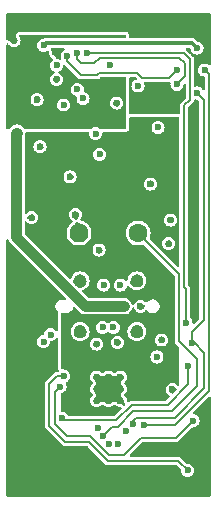
<source format=gbr>
%TF.GenerationSoftware,KiCad,Pcbnew,8.0.1*%
%TF.CreationDate,2025-06-23T19:48:13+12:00*%
%TF.ProjectId,panelrev2,70616e65-6c72-4657-9632-2e6b69636164,rev?*%
%TF.SameCoordinates,Original*%
%TF.FileFunction,Copper,L3,Inr*%
%TF.FilePolarity,Positive*%
%FSLAX46Y46*%
G04 Gerber Fmt 4.6, Leading zero omitted, Abs format (unit mm)*
G04 Created by KiCad (PCBNEW 8.0.1) date 2025-06-23 19:48:13*
%MOMM*%
%LPD*%
G01*
G04 APERTURE LIST*
%TA.AperFunction,ComponentPad*%
%ADD10R,0.900000X0.500000*%
%TD*%
%TA.AperFunction,ComponentPad*%
%ADD11C,1.600000*%
%TD*%
%TA.AperFunction,ComponentPad*%
%ADD12C,1.100000*%
%TD*%
%TA.AperFunction,ViaPad*%
%ADD13C,0.600000*%
%TD*%
%TA.AperFunction,Conductor*%
%ADD14C,0.900000*%
%TD*%
%TA.AperFunction,Conductor*%
%ADD15C,0.200000*%
%TD*%
%TA.AperFunction,Conductor*%
%ADD16C,0.350000*%
%TD*%
G04 APERTURE END LIST*
D10*
%TO.N,Board_0-GND*%
%TO.C,AE1*%
X141350000Y-68025000D03*
%TD*%
D11*
%TO.N,Board_0-Cap_V+*%
%TO.C,C5*%
X151000000Y-45950000D03*
%TO.N,Board_0-GND*%
X146000000Y-45950000D03*
%TD*%
D12*
%TO.N,Board_0-GND*%
%TO.C,J5*%
X150900000Y-54300000D03*
X150900000Y-50000000D03*
X146100000Y-54300000D03*
X146100000Y-50000000D03*
%TD*%
D13*
%TO.N,Board_0-+3V3*%
X145230000Y-60820000D03*
X142000000Y-43600000D03*
X152400000Y-59900000D03*
X150000000Y-55850000D03*
%TO.N,Board_0-+5V*%
X140750000Y-37450000D03*
X149800000Y-52150000D03*
X147300000Y-52150000D03*
%TO.N,Board_0-ACC_INT1*%
X156650000Y-32150000D03*
X151500000Y-62200000D03*
%TO.N,Board_0-ACC_SCK*%
X146650000Y-30750000D03*
X155050000Y-53550000D03*
%TO.N,Board_0-A_D+*%
X142999479Y-55150521D03*
%TO.N,Board_0-A_D-*%
X143600521Y-54549479D03*
X148100000Y-50350000D03*
X148900000Y-53950000D03*
%TO.N,Board_0-Cap_V+*%
X148000000Y-63150000D03*
%TO.N,Board_0-D0-*%
X148650000Y-31750000D03*
X147750000Y-39300000D03*
%TO.N,Board_0-GND*%
X148500000Y-59150000D03*
X142700000Y-38650000D03*
X147500000Y-60150000D03*
X153900000Y-59200000D03*
X152550000Y-33850000D03*
X149500000Y-58150000D03*
X140305491Y-59987608D03*
X147700000Y-47400000D03*
X149500000Y-60150000D03*
X141800000Y-55250000D03*
X142750000Y-66300000D03*
X149200000Y-34950000D03*
X142650000Y-67950000D03*
X145700000Y-44400000D03*
X156200000Y-67750000D03*
X147500000Y-55350000D03*
X153000000Y-55000000D03*
X144100000Y-32950000D03*
X140400000Y-66150000D03*
X146300000Y-66800000D03*
X141931609Y-50234901D03*
X150900000Y-64550000D03*
X156500000Y-29650000D03*
X143850000Y-63900000D03*
X154100000Y-66650000D03*
X153750000Y-44850000D03*
X140500000Y-28150000D03*
X149500000Y-59150000D03*
X147500000Y-58150000D03*
X155500000Y-50200000D03*
X149250000Y-55200000D03*
X155700000Y-62850000D03*
X152050000Y-41800000D03*
X144000000Y-30650000D03*
X141530076Y-53975387D03*
X155800000Y-35450000D03*
X148500000Y-60150000D03*
X142000000Y-44650000D03*
X144520000Y-67970000D03*
X147500000Y-59150000D03*
X155600000Y-47250000D03*
X149800000Y-67350000D03*
X140500000Y-29650000D03*
X145250000Y-41200000D03*
X151200000Y-52150000D03*
X156500000Y-28150000D03*
X142450000Y-34650000D03*
X153600000Y-46850000D03*
X146300000Y-67600000D03*
X148500000Y-58150000D03*
X145530000Y-67970000D03*
X146300000Y-64450000D03*
X142600000Y-67100000D03*
X144330000Y-66320000D03*
%TO.N,Board_0-GPIO2*%
X149300000Y-63800000D03*
%TO.N,Board_0-GPIO8*%
X152600000Y-56450000D03*
%TO.N,Board_0-GPIO9*%
X144600000Y-61650000D03*
X155250000Y-57250000D03*
%TO.N,Board_0-Net-(D16-A)*%
X156000000Y-30300000D03*
X143000000Y-30050000D03*
%TO.N,Board_0-Net-(D8-K)*%
X146350000Y-34550000D03*
%TO.N,Board_0-Net-(D9-K)*%
X145850000Y-33800000D03*
%TO.N,Board_0-Net-(J3-SCL)*%
X154300000Y-33350000D03*
X145850000Y-30750000D03*
%TO.N,Board_0-Net-(J3-SDA)*%
X145000000Y-30950000D03*
X154300000Y-32150000D03*
%TO.N,Board_0-Net-(J5-CC1)*%
X149500000Y-50350000D03*
%TO.N,Board_0-Net-(J5-CC2)*%
X148000000Y-53950000D03*
%TO.N,Board_0-Net-(U1A--)*%
X147400000Y-37550000D03*
%TO.N,Board_0-Net-(U2-VOUT)*%
X152700000Y-37000000D03*
%TO.N,Board_0-Net-(U5-CHIP_EN)*%
X149950000Y-62700000D03*
%TO.N,Board_0-Net-(U5-VDD3P3)*%
X147600000Y-62450000D03*
%TO.N,Board_0-RXD*%
X155200000Y-66050000D03*
X144700000Y-58050000D03*
%TO.N,Board_0-TXD*%
X155650000Y-61850000D03*
X144400000Y-58950000D03*
%TO.N,Board_0-User_LED3*%
X156000000Y-34100000D03*
X150600000Y-62150000D03*
X155600000Y-55300000D03*
%TO.N,Board_0-User_SW1*%
X148500000Y-63800000D03*
%TO.N,Board_0-VBUS*%
X144100000Y-31750000D03*
X151000000Y-33500000D03*
%TO.N,Board_0-VDD*%
X148250000Y-34950000D03*
X140550000Y-32150000D03*
%TO.N,Board_0-lin_reg*%
X144700000Y-35100000D03*
%TD*%
D14*
%TO.N,Board_0-+5V*%
X140750000Y-37450000D02*
X140700000Y-37500000D01*
X147300000Y-52150000D02*
X149800000Y-52150000D01*
X146550000Y-52150000D02*
X147300000Y-52150000D01*
X140700000Y-46300000D02*
X146550000Y-52150000D01*
X140700000Y-37500000D02*
X140700000Y-46300000D01*
D15*
%TO.N,Board_0-ACC_INT1*%
X157000000Y-59300000D02*
X154100000Y-62200000D01*
X157000000Y-32500000D02*
X157000000Y-59300000D01*
X156650000Y-32150000D02*
X157000000Y-32500000D01*
X154100000Y-62200000D02*
X151500000Y-62200000D01*
%TO.N,Board_0-ACC_SCK*%
X155400000Y-31250000D02*
X154850000Y-30700000D01*
X155050000Y-50700000D02*
X154900000Y-50550000D01*
X154900000Y-50550000D02*
X154900000Y-35150000D01*
X146700000Y-30700000D02*
X146650000Y-30750000D01*
X154850000Y-30700000D02*
X146700000Y-30700000D01*
X155050000Y-53550000D02*
X155050000Y-50700000D01*
X154900000Y-35150000D02*
X155400000Y-34650000D01*
X155400000Y-34650000D02*
X155400000Y-31250000D01*
%TO.N,Board_0-Cap_V+*%
X149300000Y-62350000D02*
X150600000Y-61050000D01*
X148000000Y-63150000D02*
X148800000Y-62350000D01*
X154450000Y-49400000D02*
X151000000Y-45950000D01*
X156000000Y-58900000D02*
X156000000Y-56650000D01*
X148800000Y-62350000D02*
X149300000Y-62350000D01*
X153850000Y-61050000D02*
X156000000Y-58900000D01*
X156000000Y-56650000D02*
X154450000Y-55100000D01*
X150600000Y-61050000D02*
X153850000Y-61050000D01*
X154450000Y-55100000D02*
X154450000Y-49400000D01*
%TO.N,Board_0-GPIO9*%
X153500000Y-60500000D02*
X150450000Y-60500000D01*
X150450000Y-60500000D02*
X149150000Y-61800000D01*
X155250000Y-57250000D02*
X155250000Y-58750000D01*
X149150000Y-61800000D02*
X144750000Y-61800000D01*
X144750000Y-61800000D02*
X144600000Y-61650000D01*
X155250000Y-58750000D02*
X153500000Y-60500000D01*
D16*
%TO.N,Board_0-Net-(D16-A)*%
X143200000Y-29850000D02*
X143000000Y-30050000D01*
X156000000Y-30300000D02*
X155550000Y-29850000D01*
X155550000Y-29850000D02*
X143200000Y-29850000D01*
D15*
%TO.N,Board_0-Net-(J3-SCL)*%
X155000000Y-32650000D02*
X155000000Y-31600000D01*
X147300000Y-31550000D02*
X146150000Y-31550000D01*
X146150000Y-31550000D02*
X145850000Y-31250000D01*
X154500000Y-31100000D02*
X147750000Y-31100000D01*
X154300000Y-33350000D02*
X155000000Y-32650000D01*
X147750000Y-31100000D02*
X147300000Y-31550000D01*
X145850000Y-31250000D02*
X145850000Y-30750000D01*
X155000000Y-31600000D02*
X154500000Y-31100000D01*
%TO.N,Board_0-Net-(J3-SDA)*%
X146200000Y-32600000D02*
X145000000Y-31400000D01*
X147500000Y-32600000D02*
X146200000Y-32600000D01*
X150950000Y-32400000D02*
X147700000Y-32400000D01*
X154300000Y-32150000D02*
X153650000Y-32800000D01*
X153650000Y-32800000D02*
X151350000Y-32800000D01*
X151350000Y-32800000D02*
X150950000Y-32400000D01*
X147700000Y-32400000D02*
X147500000Y-32600000D01*
X145000000Y-31400000D02*
X145000000Y-30950000D01*
%TO.N,Board_0-RXD*%
X143450000Y-62250000D02*
X143450000Y-58700000D01*
X144100000Y-58050000D02*
X144700000Y-58050000D01*
X155200000Y-66050000D02*
X154400000Y-65250000D01*
X144850000Y-63650000D02*
X143450000Y-62250000D01*
X154400000Y-65250000D02*
X148450000Y-65250000D01*
X143450000Y-58700000D02*
X144100000Y-58050000D01*
X148450000Y-65250000D02*
X146850000Y-63650000D01*
X146850000Y-63650000D02*
X144850000Y-63650000D01*
%TO.N,Board_0-TXD*%
X145000000Y-63150000D02*
X146950000Y-63150000D01*
X143950000Y-59400000D02*
X143950000Y-62100000D01*
X144400000Y-58950000D02*
X143950000Y-59400000D01*
X149800000Y-64750000D02*
X151250000Y-63300000D01*
X148550000Y-64750000D02*
X149800000Y-64750000D01*
X154200000Y-63300000D02*
X155650000Y-61850000D01*
X143950000Y-62100000D02*
X145000000Y-63150000D01*
X146950000Y-63150000D02*
X148550000Y-64750000D01*
X151250000Y-63300000D02*
X154200000Y-63300000D01*
%TO.N,Board_0-User_LED3*%
X154100000Y-61600000D02*
X156600000Y-59100000D01*
X150600000Y-62150000D02*
X150600000Y-61850000D01*
X156600000Y-59100000D02*
X156600000Y-56100000D01*
X150600000Y-61850000D02*
X150850000Y-61600000D01*
X155800000Y-55300000D02*
X155600000Y-55300000D01*
X156000000Y-34100000D02*
X156550000Y-34650000D01*
X156550000Y-53351471D02*
X155600000Y-54301471D01*
X150850000Y-61600000D02*
X154100000Y-61600000D01*
X156600000Y-56100000D02*
X155800000Y-55300000D01*
X155600000Y-54301471D02*
X155600000Y-55300000D01*
X156550000Y-34650000D02*
X156550000Y-53351471D01*
%TD*%
%TA.AperFunction,Conductor*%
%TO.N,Board_0-GND*%
G36*
X140029593Y-46519134D02*
G01*
X140040964Y-46539440D01*
X140079223Y-46631808D01*
X140145276Y-46730665D01*
X140155886Y-46746543D01*
X142860895Y-49451551D01*
X144849840Y-51440496D01*
X144877617Y-51495013D01*
X144868046Y-51555445D01*
X144824781Y-51598710D01*
X144779836Y-51609500D01*
X144468842Y-51609500D01*
X144331375Y-51646334D01*
X144208125Y-51717492D01*
X144107492Y-51818125D01*
X144036334Y-51941375D01*
X143999500Y-52078842D01*
X143999500Y-52221158D01*
X144036334Y-52358625D01*
X144107492Y-52481875D01*
X144208125Y-52582508D01*
X144208127Y-52582509D01*
X144214888Y-52586413D01*
X144255828Y-52631883D01*
X144262222Y-52692734D01*
X144259543Y-52702734D01*
X144257004Y-52710549D01*
X144244500Y-52789496D01*
X144244500Y-54192788D01*
X144225593Y-54250979D01*
X144176093Y-54286943D01*
X144114907Y-54286943D01*
X144066958Y-54253056D01*
X144038256Y-54215651D01*
X143993142Y-54156858D01*
X143878146Y-54068618D01*
X143878142Y-54068616D01*
X143744230Y-54013149D01*
X143744229Y-54013148D01*
X143600521Y-53994229D01*
X143456812Y-54013148D01*
X143456811Y-54013149D01*
X143322899Y-54068616D01*
X143322895Y-54068618D01*
X143207902Y-54156856D01*
X143207898Y-54156860D01*
X143119660Y-54271853D01*
X143119658Y-54271857D01*
X143064191Y-54405769D01*
X143049859Y-54514629D01*
X143023518Y-54569854D01*
X142969747Y-54599048D01*
X142964629Y-54599859D01*
X142855769Y-54614191D01*
X142721857Y-54669658D01*
X142721853Y-54669660D01*
X142606860Y-54757898D01*
X142606856Y-54757902D01*
X142518618Y-54872895D01*
X142518616Y-54872899D01*
X142463149Y-55006811D01*
X142463148Y-55006812D01*
X142444229Y-55150520D01*
X142444229Y-55150521D01*
X142463148Y-55294229D01*
X142463149Y-55294230D01*
X142486248Y-55349998D01*
X142518618Y-55428146D01*
X142606858Y-55543142D01*
X142721854Y-55631382D01*
X142855770Y-55686851D01*
X142999479Y-55705771D01*
X143143188Y-55686851D01*
X143277104Y-55631382D01*
X143392100Y-55543142D01*
X143480340Y-55428146D01*
X143535809Y-55294230D01*
X143550141Y-55185368D01*
X143576481Y-55130146D01*
X143630251Y-55100951D01*
X143635340Y-55100144D01*
X143744230Y-55085809D01*
X143878146Y-55030340D01*
X143993142Y-54942100D01*
X144066959Y-54845900D01*
X144117383Y-54811246D01*
X144178547Y-54812848D01*
X144227089Y-54850095D01*
X144244500Y-54906169D01*
X144244500Y-57408192D01*
X144250800Y-57464584D01*
X144260441Y-57507193D01*
X144260442Y-57507196D01*
X144271112Y-57542370D01*
X144271115Y-57542377D01*
X144274456Y-57547671D01*
X144289518Y-57606974D01*
X144266846Y-57663803D01*
X144215100Y-57696454D01*
X144190730Y-57699500D01*
X144146144Y-57699500D01*
X144053856Y-57699500D01*
X143964712Y-57723386D01*
X143884788Y-57769530D01*
X143169529Y-58484789D01*
X143142929Y-58530860D01*
X143142930Y-58530861D01*
X143123386Y-58564710D01*
X143111179Y-58610268D01*
X143099500Y-58653856D01*
X143099500Y-62296144D01*
X143119707Y-62371556D01*
X143123386Y-62385288D01*
X143169530Y-62465212D01*
X144634788Y-63930470D01*
X144714712Y-63976614D01*
X144803856Y-64000500D01*
X146663810Y-64000500D01*
X146722001Y-64019407D01*
X146733814Y-64029496D01*
X148234788Y-65530470D01*
X148271915Y-65551905D01*
X148301759Y-65569136D01*
X148301762Y-65569137D01*
X148301765Y-65569139D01*
X148314712Y-65576614D01*
X148403856Y-65600500D01*
X148403857Y-65600500D01*
X148496144Y-65600500D01*
X154213810Y-65600500D01*
X154272001Y-65619407D01*
X154283814Y-65629496D01*
X154617158Y-65962840D01*
X154644935Y-66017357D01*
X154645307Y-66045763D01*
X154644750Y-66049994D01*
X154644750Y-66050000D01*
X154663669Y-66193708D01*
X154663670Y-66193709D01*
X154719139Y-66327625D01*
X154807379Y-66442621D01*
X154922375Y-66530861D01*
X155056291Y-66586330D01*
X155200000Y-66605250D01*
X155343709Y-66586330D01*
X155477625Y-66530861D01*
X155592621Y-66442621D01*
X155680861Y-66327625D01*
X155736330Y-66193709D01*
X155755250Y-66050000D01*
X155736330Y-65906291D01*
X155680861Y-65772375D01*
X155592621Y-65657379D01*
X155477625Y-65569139D01*
X155477621Y-65569137D01*
X155343709Y-65513670D01*
X155343708Y-65513669D01*
X155200000Y-65494750D01*
X155199995Y-65494750D01*
X155195763Y-65495307D01*
X155135603Y-65484155D01*
X155112840Y-65467158D01*
X154615212Y-64969530D01*
X154535288Y-64923386D01*
X154446144Y-64899500D01*
X154446142Y-64899500D01*
X150385190Y-64899500D01*
X150326999Y-64880593D01*
X150291035Y-64831093D01*
X150291035Y-64769907D01*
X150315186Y-64730496D01*
X151366186Y-63679496D01*
X151420703Y-63651719D01*
X151436190Y-63650500D01*
X154246142Y-63650500D01*
X154246144Y-63650500D01*
X154335288Y-63626614D01*
X154415212Y-63580470D01*
X155562841Y-62432839D01*
X155617356Y-62405064D01*
X155645769Y-62404693D01*
X155650000Y-62405250D01*
X155793709Y-62386330D01*
X155927625Y-62330861D01*
X156042621Y-62242621D01*
X156130861Y-62127625D01*
X156186330Y-61993709D01*
X156205250Y-61850000D01*
X156186330Y-61706291D01*
X156130861Y-61572375D01*
X156042621Y-61457379D01*
X155927625Y-61369139D01*
X155927621Y-61369137D01*
X155793709Y-61313670D01*
X155717306Y-61303611D01*
X155662081Y-61277270D01*
X155632887Y-61223499D01*
X155640873Y-61162837D01*
X155660222Y-61135457D01*
X156980497Y-59815183D01*
X157035013Y-59787407D01*
X157095445Y-59796978D01*
X157138710Y-59840243D01*
X157149500Y-59885188D01*
X157149500Y-68176000D01*
X157130593Y-68234191D01*
X157081093Y-68270155D01*
X157050500Y-68275000D01*
X139949500Y-68275000D01*
X139891309Y-68256093D01*
X139855345Y-68206593D01*
X139850500Y-68176000D01*
X139850500Y-46577325D01*
X139869407Y-46519134D01*
X139918907Y-46483170D01*
X139980093Y-46483170D01*
X140029593Y-46519134D01*
G37*
%TD.AperFunction*%
%TA.AperFunction,Conductor*%
G36*
X147564090Y-57860891D02*
G01*
X147589039Y-57867575D01*
X147636733Y-57887330D01*
X147659109Y-57900250D01*
X147659113Y-57900253D01*
X147700061Y-57931673D01*
X147716307Y-57947919D01*
X147716396Y-57947841D01*
X147717727Y-57949339D01*
X147718330Y-57949942D01*
X147718760Y-57950502D01*
X147718763Y-57950505D01*
X147718764Y-57950506D01*
X147771274Y-58001659D01*
X147771286Y-58001668D01*
X147816771Y-58034716D01*
X147816776Y-58034719D01*
X147863027Y-58061422D01*
X147863029Y-58061423D01*
X147960262Y-58083425D01*
X148021427Y-58085027D01*
X148081237Y-58079532D01*
X148172833Y-58040180D01*
X148223257Y-58005525D01*
X148281244Y-57950497D01*
X148281652Y-57949964D01*
X148282366Y-57949249D01*
X148283847Y-57947606D01*
X148283932Y-57947683D01*
X148299932Y-57931678D01*
X148340889Y-57900249D01*
X148363265Y-57887330D01*
X148410956Y-57867576D01*
X148435903Y-57860892D01*
X148487081Y-57854155D01*
X148512921Y-57854155D01*
X148564090Y-57860891D01*
X148589039Y-57867575D01*
X148636733Y-57887330D01*
X148659109Y-57900250D01*
X148659113Y-57900253D01*
X148700061Y-57931673D01*
X148716307Y-57947919D01*
X148716396Y-57947841D01*
X148717727Y-57949339D01*
X148718330Y-57949942D01*
X148718760Y-57950502D01*
X148718763Y-57950505D01*
X148718764Y-57950506D01*
X148771274Y-58001659D01*
X148771286Y-58001668D01*
X148816771Y-58034716D01*
X148816776Y-58034719D01*
X148863027Y-58061422D01*
X148863029Y-58061423D01*
X148960262Y-58083425D01*
X149021427Y-58085027D01*
X149081237Y-58079532D01*
X149172833Y-58040180D01*
X149223257Y-58005525D01*
X149281244Y-57950497D01*
X149281652Y-57949964D01*
X149282366Y-57949249D01*
X149283847Y-57947606D01*
X149283932Y-57947683D01*
X149299932Y-57931678D01*
X149340889Y-57900249D01*
X149363265Y-57887330D01*
X149410956Y-57867576D01*
X149435903Y-57860892D01*
X149487081Y-57854155D01*
X149512921Y-57854155D01*
X149564090Y-57860891D01*
X149589041Y-57867576D01*
X149636733Y-57887330D01*
X149659107Y-57900248D01*
X149700055Y-57931668D01*
X149718328Y-57949942D01*
X149749744Y-57990883D01*
X149762667Y-58013266D01*
X149782418Y-58060950D01*
X149789107Y-58085913D01*
X149795843Y-58137077D01*
X149795843Y-58162921D01*
X149789107Y-58214085D01*
X149782418Y-58239048D01*
X149762667Y-58286732D01*
X149749745Y-58309115D01*
X149718329Y-58350057D01*
X149702083Y-58366305D01*
X149702161Y-58366393D01*
X149700679Y-58367709D01*
X149700071Y-58368318D01*
X149699508Y-58368749D01*
X149699497Y-58368759D01*
X149648342Y-58421271D01*
X149648338Y-58421276D01*
X149615286Y-58466765D01*
X149615275Y-58466783D01*
X149588575Y-58513029D01*
X149588573Y-58513034D01*
X149566571Y-58610269D01*
X149566571Y-58610270D01*
X149564971Y-58671429D01*
X149564971Y-58671442D01*
X149570467Y-58731240D01*
X149570468Y-58731242D01*
X149609822Y-58822838D01*
X149644477Y-58873260D01*
X149699493Y-58931235D01*
X149699503Y-58931245D01*
X149700043Y-58931659D01*
X149700053Y-58931667D01*
X149700785Y-58932399D01*
X149702391Y-58933845D01*
X149702315Y-58933929D01*
X149718323Y-58949937D01*
X149749747Y-58990888D01*
X149762669Y-59013269D01*
X149782418Y-59060947D01*
X149789106Y-59085909D01*
X149795843Y-59137076D01*
X149795843Y-59162921D01*
X149789107Y-59214085D01*
X149782418Y-59239048D01*
X149762667Y-59286732D01*
X149749745Y-59309115D01*
X149718329Y-59350057D01*
X149702083Y-59366305D01*
X149702161Y-59366393D01*
X149700679Y-59367709D01*
X149700071Y-59368318D01*
X149699508Y-59368749D01*
X149699497Y-59368759D01*
X149648342Y-59421271D01*
X149648338Y-59421276D01*
X149615286Y-59466765D01*
X149615275Y-59466783D01*
X149588575Y-59513029D01*
X149588573Y-59513034D01*
X149566571Y-59610269D01*
X149566571Y-59610270D01*
X149564971Y-59671429D01*
X149564971Y-59671442D01*
X149570467Y-59731240D01*
X149570468Y-59731242D01*
X149609822Y-59822838D01*
X149644477Y-59873260D01*
X149699493Y-59931235D01*
X149699503Y-59931245D01*
X149700043Y-59931659D01*
X149700053Y-59931667D01*
X149700785Y-59932399D01*
X149702391Y-59933845D01*
X149702315Y-59933929D01*
X149718323Y-59949937D01*
X149749747Y-59990888D01*
X149762670Y-60013271D01*
X149782419Y-60060950D01*
X149789107Y-60085910D01*
X149799218Y-60162709D01*
X149799052Y-60163602D01*
X149799937Y-60168754D01*
X149800518Y-60172582D01*
X149805313Y-60209002D01*
X149806429Y-60210625D01*
X149809082Y-60222000D01*
X149813683Y-60248789D01*
X149813683Y-60248792D01*
X149829441Y-60303309D01*
X149884823Y-60386203D01*
X149906466Y-60407847D01*
X149934242Y-60462365D01*
X149924668Y-60522797D01*
X149906464Y-60547852D01*
X149897959Y-60556357D01*
X149843442Y-60584134D01*
X149783010Y-60574563D01*
X149756154Y-60554512D01*
X149743132Y-60540794D01*
X149696949Y-60502396D01*
X149607320Y-60466654D01*
X149604351Y-60465470D01*
X149571077Y-60459308D01*
X149565227Y-60456133D01*
X149528698Y-60451323D01*
X149523603Y-60450516D01*
X149521662Y-60450156D01*
X149517091Y-60449795D01*
X149435912Y-60439107D01*
X149410950Y-60432418D01*
X149363263Y-60412666D01*
X149340880Y-60399743D01*
X149323235Y-60386203D01*
X149299942Y-60368329D01*
X149283700Y-60352087D01*
X149283612Y-60352166D01*
X149282270Y-60350656D01*
X149281667Y-60350053D01*
X149281242Y-60349499D01*
X149228722Y-60298337D01*
X149183228Y-60265283D01*
X149183224Y-60265280D01*
X149183219Y-60265277D01*
X149136970Y-60238575D01*
X149136968Y-60238574D01*
X149136966Y-60238573D01*
X149085859Y-60227009D01*
X149039729Y-60216571D01*
X148978571Y-60214971D01*
X148978570Y-60214971D01*
X148978567Y-60214971D01*
X148918762Y-60220467D01*
X148827164Y-60259819D01*
X148827163Y-60259820D01*
X148776750Y-60294467D01*
X148776742Y-60294473D01*
X148718757Y-60349499D01*
X148718745Y-60349512D01*
X148718314Y-60350075D01*
X148717567Y-60350821D01*
X148716157Y-60352388D01*
X148716074Y-60352313D01*
X148700056Y-60368330D01*
X148659119Y-60399743D01*
X148636735Y-60412666D01*
X148589048Y-60432418D01*
X148564085Y-60439107D01*
X148512921Y-60445843D01*
X148487077Y-60445843D01*
X148435913Y-60439107D01*
X148410950Y-60432418D01*
X148363263Y-60412666D01*
X148340880Y-60399743D01*
X148323235Y-60386203D01*
X148299942Y-60368329D01*
X148283700Y-60352087D01*
X148283612Y-60352166D01*
X148282270Y-60350656D01*
X148281667Y-60350053D01*
X148281242Y-60349499D01*
X148228722Y-60298337D01*
X148183228Y-60265283D01*
X148183224Y-60265280D01*
X148183219Y-60265277D01*
X148136970Y-60238575D01*
X148136968Y-60238574D01*
X148136966Y-60238573D01*
X148085859Y-60227009D01*
X148039729Y-60216571D01*
X147978571Y-60214971D01*
X147978570Y-60214971D01*
X147978567Y-60214971D01*
X147918762Y-60220467D01*
X147827164Y-60259819D01*
X147827163Y-60259820D01*
X147776750Y-60294467D01*
X147776742Y-60294473D01*
X147718757Y-60349499D01*
X147718745Y-60349512D01*
X147718314Y-60350075D01*
X147717567Y-60350821D01*
X147716157Y-60352388D01*
X147716074Y-60352313D01*
X147700056Y-60368330D01*
X147659119Y-60399743D01*
X147636735Y-60412666D01*
X147589048Y-60432418D01*
X147564085Y-60439107D01*
X147512921Y-60445843D01*
X147487077Y-60445843D01*
X147435913Y-60439107D01*
X147410950Y-60432418D01*
X147363266Y-60412667D01*
X147340884Y-60399745D01*
X147299943Y-60368330D01*
X147281668Y-60350055D01*
X147250253Y-60309114D01*
X147237330Y-60286731D01*
X147217579Y-60239046D01*
X147210891Y-60214084D01*
X147204155Y-60162919D01*
X147204155Y-60137077D01*
X147210891Y-60085907D01*
X147217575Y-60060960D01*
X147237332Y-60013261D01*
X147250250Y-59990888D01*
X147281670Y-59949940D01*
X147297925Y-59933688D01*
X147297847Y-59933600D01*
X147299342Y-59932271D01*
X147299949Y-59931664D01*
X147300504Y-59931239D01*
X147351663Y-59878721D01*
X147384716Y-59833228D01*
X147411423Y-59786971D01*
X147433425Y-59689738D01*
X147435027Y-59628573D01*
X147429532Y-59568763D01*
X147390180Y-59477167D01*
X147355525Y-59426743D01*
X147300501Y-59368759D01*
X147299942Y-59368330D01*
X147299199Y-59367587D01*
X147297613Y-59366159D01*
X147297687Y-59366075D01*
X147281676Y-59350062D01*
X147250251Y-59309109D01*
X147237328Y-59286727D01*
X147233303Y-59277009D01*
X147217577Y-59239043D01*
X147210892Y-59214092D01*
X147204155Y-59162917D01*
X147204155Y-59137077D01*
X147207595Y-59110946D01*
X147210891Y-59085907D01*
X147217575Y-59060960D01*
X147237332Y-59013261D01*
X147250250Y-58990888D01*
X147281670Y-58949940D01*
X147297925Y-58933688D01*
X147297847Y-58933600D01*
X147299342Y-58932271D01*
X147299949Y-58931664D01*
X147300504Y-58931239D01*
X147351663Y-58878721D01*
X147384716Y-58833228D01*
X147400075Y-58806626D01*
X147411422Y-58786973D01*
X147411422Y-58786972D01*
X147411423Y-58786971D01*
X147433425Y-58689738D01*
X147435027Y-58628573D01*
X147429532Y-58568763D01*
X147390180Y-58477167D01*
X147355525Y-58426743D01*
X147300501Y-58368759D01*
X147299942Y-58368330D01*
X147299199Y-58367587D01*
X147297613Y-58366159D01*
X147297687Y-58366075D01*
X147281676Y-58350062D01*
X147250251Y-58309109D01*
X147237328Y-58286727D01*
X147217577Y-58239043D01*
X147210892Y-58214092D01*
X147204155Y-58162917D01*
X147204155Y-58137077D01*
X147210891Y-58085907D01*
X147217575Y-58060960D01*
X147237332Y-58013261D01*
X147250249Y-57990890D01*
X147253758Y-57986316D01*
X147281671Y-57949939D01*
X147299936Y-57931673D01*
X147340887Y-57900250D01*
X147363264Y-57887330D01*
X147410951Y-57867578D01*
X147435909Y-57860891D01*
X147487081Y-57854155D01*
X147512921Y-57854155D01*
X147564090Y-57860891D01*
G37*
%TD.AperFunction*%
%TA.AperFunction,Conductor*%
G36*
X153964090Y-58910891D02*
G01*
X153989039Y-58917575D01*
X154036732Y-58937330D01*
X154059108Y-58950250D01*
X154100057Y-58981671D01*
X154118326Y-58999938D01*
X154119759Y-59001806D01*
X154160411Y-59040890D01*
X154174996Y-59054913D01*
X154174999Y-59054915D01*
X154175005Y-59054920D01*
X154222935Y-59088794D01*
X154222937Y-59088795D01*
X154222944Y-59088800D01*
X154231763Y-59093663D01*
X154273587Y-59138320D01*
X154281176Y-59199033D01*
X154253958Y-59250358D01*
X153978021Y-59526295D01*
X153923504Y-59554072D01*
X153863072Y-59544501D01*
X153843723Y-59531572D01*
X153793615Y-59488777D01*
X153793599Y-59488765D01*
X153788767Y-59485804D01*
X153780233Y-59479939D01*
X153776620Y-59477167D01*
X153699942Y-59418329D01*
X153681670Y-59400056D01*
X153650254Y-59359115D01*
X153637330Y-59336731D01*
X153617579Y-59289046D01*
X153610891Y-59264084D01*
X153607595Y-59239052D01*
X153604155Y-59212917D01*
X153604155Y-59187077D01*
X153607335Y-59162921D01*
X153610891Y-59135907D01*
X153617575Y-59110960D01*
X153637332Y-59063261D01*
X153650249Y-59040890D01*
X153671441Y-59013272D01*
X153681673Y-58999938D01*
X153699936Y-58981673D01*
X153740887Y-58950250D01*
X153763264Y-58937330D01*
X153810951Y-58917578D01*
X153835909Y-58910891D01*
X153887081Y-58904155D01*
X153912921Y-58904155D01*
X153964090Y-58910891D01*
G37*
%TD.AperFunction*%
%TA.AperFunction,Conductor*%
G36*
X147564090Y-55060891D02*
G01*
X147589041Y-55067576D01*
X147636733Y-55087330D01*
X147659110Y-55100250D01*
X147688746Y-55122991D01*
X147700056Y-55131669D01*
X147718328Y-55149940D01*
X147749746Y-55190884D01*
X147762666Y-55213264D01*
X147782418Y-55260950D01*
X147789107Y-55285913D01*
X147795843Y-55337077D01*
X147795843Y-55362921D01*
X147789107Y-55414085D01*
X147782418Y-55439048D01*
X147762667Y-55486732D01*
X147749745Y-55509114D01*
X147718330Y-55550055D01*
X147700055Y-55568330D01*
X147659114Y-55599745D01*
X147636732Y-55612667D01*
X147589048Y-55632418D01*
X147564085Y-55639107D01*
X147512921Y-55645843D01*
X147487077Y-55645843D01*
X147435913Y-55639107D01*
X147410950Y-55632418D01*
X147363266Y-55612667D01*
X147340884Y-55599745D01*
X147299943Y-55568330D01*
X147281668Y-55550055D01*
X147250253Y-55509114D01*
X147237330Y-55486731D01*
X147217579Y-55439046D01*
X147210891Y-55414084D01*
X147210405Y-55410396D01*
X147204155Y-55362917D01*
X147204155Y-55337077D01*
X147209359Y-55297545D01*
X147210891Y-55285907D01*
X147217575Y-55260960D01*
X147237332Y-55213261D01*
X147250249Y-55190890D01*
X147254484Y-55185371D01*
X147281671Y-55149939D01*
X147299936Y-55131673D01*
X147340887Y-55100250D01*
X147363264Y-55087330D01*
X147410951Y-55067578D01*
X147435909Y-55060891D01*
X147487081Y-55054155D01*
X147512921Y-55054155D01*
X147564090Y-55060891D01*
G37*
%TD.AperFunction*%
%TA.AperFunction,Conductor*%
G36*
X149267645Y-54904777D02*
G01*
X149314089Y-54910891D01*
X149339041Y-54917576D01*
X149386733Y-54937330D01*
X149409111Y-54950251D01*
X149450056Y-54981669D01*
X149467935Y-54999431D01*
X149467977Y-54999485D01*
X149468208Y-55000125D01*
X149468373Y-54999999D01*
X149499745Y-55040884D01*
X149512667Y-55063266D01*
X149532418Y-55110950D01*
X149539107Y-55135913D01*
X149545843Y-55187077D01*
X149545843Y-55212921D01*
X149539107Y-55264085D01*
X149532418Y-55289048D01*
X149512667Y-55336732D01*
X149499745Y-55359114D01*
X149468330Y-55400055D01*
X149450055Y-55418330D01*
X149409114Y-55449745D01*
X149386732Y-55462667D01*
X149339048Y-55482418D01*
X149314085Y-55489107D01*
X149262921Y-55495843D01*
X149237077Y-55495843D01*
X149185913Y-55489107D01*
X149160950Y-55482418D01*
X149113266Y-55462667D01*
X149090884Y-55449745D01*
X149049943Y-55418330D01*
X149031668Y-55400055D01*
X149000253Y-55359114D01*
X148987330Y-55336731D01*
X148967579Y-55289046D01*
X148960891Y-55264084D01*
X148960704Y-55262667D01*
X148954155Y-55212917D01*
X148954155Y-55187077D01*
X148958208Y-55156291D01*
X148960891Y-55135907D01*
X148967575Y-55110960D01*
X148987332Y-55063261D01*
X149000250Y-55040888D01*
X149000254Y-55040884D01*
X149031671Y-54999939D01*
X149049940Y-54981670D01*
X149090886Y-54950250D01*
X149113259Y-54937333D01*
X149160955Y-54917578D01*
X149185913Y-54910891D01*
X149237080Y-54904155D01*
X149262920Y-54904155D01*
X149267645Y-54904777D01*
G37*
%TD.AperFunction*%
%TA.AperFunction,Conductor*%
G36*
X153064090Y-54710891D02*
G01*
X153089041Y-54717576D01*
X153136733Y-54737330D01*
X153159107Y-54750248D01*
X153200055Y-54781668D01*
X153218328Y-54799942D01*
X153249744Y-54840883D01*
X153262667Y-54863266D01*
X153282418Y-54910950D01*
X153289107Y-54935913D01*
X153295843Y-54987077D01*
X153295843Y-55012921D01*
X153289107Y-55064085D01*
X153282418Y-55089048D01*
X153262667Y-55136732D01*
X153249745Y-55159114D01*
X153218330Y-55200055D01*
X153200055Y-55218330D01*
X153159114Y-55249745D01*
X153136732Y-55262667D01*
X153089048Y-55282418D01*
X153064085Y-55289107D01*
X153012921Y-55295843D01*
X152987077Y-55295843D01*
X152935913Y-55289107D01*
X152910950Y-55282418D01*
X152863266Y-55262667D01*
X152840884Y-55249745D01*
X152799943Y-55218330D01*
X152781668Y-55200055D01*
X152750253Y-55159114D01*
X152737330Y-55136731D01*
X152717579Y-55089046D01*
X152710891Y-55064084D01*
X152710783Y-55063266D01*
X152704155Y-55012917D01*
X152704155Y-54987077D01*
X152704867Y-54981667D01*
X152710891Y-54935907D01*
X152717575Y-54910960D01*
X152737332Y-54863261D01*
X152750249Y-54840890D01*
X152757828Y-54831013D01*
X152781671Y-54799939D01*
X152799936Y-54781673D01*
X152840887Y-54750250D01*
X152863264Y-54737330D01*
X152910951Y-54717578D01*
X152935909Y-54710891D01*
X152987081Y-54704155D01*
X153012921Y-54704155D01*
X153064090Y-54710891D01*
G37*
%TD.AperFunction*%
%TA.AperFunction,Conductor*%
G36*
X146210965Y-53764053D02*
G01*
X146232570Y-53768985D01*
X146327436Y-53802181D01*
X146347406Y-53811798D01*
X146432505Y-53865269D01*
X146449837Y-53879091D01*
X146520744Y-53949997D01*
X146520905Y-53950158D01*
X146534727Y-53967491D01*
X146588201Y-54052595D01*
X146597819Y-54072568D01*
X146631012Y-54167426D01*
X146635946Y-54189040D01*
X146647199Y-54288916D01*
X146647199Y-54311084D01*
X146635946Y-54410958D01*
X146631012Y-54432572D01*
X146597819Y-54527431D01*
X146588201Y-54547404D01*
X146534730Y-54632503D01*
X146520908Y-54649836D01*
X146449836Y-54720908D01*
X146432503Y-54734730D01*
X146347404Y-54788201D01*
X146327431Y-54797819D01*
X146232572Y-54831012D01*
X146210958Y-54835946D01*
X146111083Y-54847199D01*
X146088915Y-54847199D01*
X145989040Y-54835946D01*
X145967426Y-54831012D01*
X145872567Y-54797819D01*
X145852594Y-54788201D01*
X145767495Y-54734730D01*
X145750162Y-54720908D01*
X145679092Y-54649838D01*
X145665270Y-54632505D01*
X145611797Y-54547403D01*
X145602179Y-54527431D01*
X145568982Y-54432562D01*
X145564054Y-54410974D01*
X145552799Y-54311079D01*
X145552799Y-54288922D01*
X145554722Y-54271854D01*
X145564054Y-54189030D01*
X145568986Y-54167426D01*
X145602182Y-54072559D01*
X145611798Y-54052593D01*
X145665265Y-53967499D01*
X145679083Y-53950169D01*
X145750169Y-53879083D01*
X145767493Y-53865268D01*
X145852593Y-53811796D01*
X145872561Y-53802181D01*
X145967427Y-53768985D01*
X145989036Y-53764053D01*
X146088910Y-53752799D01*
X146111072Y-53752799D01*
X146210965Y-53764053D01*
G37*
%TD.AperFunction*%
%TA.AperFunction,Conductor*%
G36*
X151010965Y-53764053D02*
G01*
X151032570Y-53768985D01*
X151127436Y-53802181D01*
X151147406Y-53811798D01*
X151232502Y-53865267D01*
X151249835Y-53879089D01*
X151320908Y-53950162D01*
X151334727Y-53967491D01*
X151374546Y-54030861D01*
X151388201Y-54052593D01*
X151397819Y-54072566D01*
X151431012Y-54167426D01*
X151435946Y-54189040D01*
X151447199Y-54288915D01*
X151447199Y-54311083D01*
X151435946Y-54410958D01*
X151431012Y-54432572D01*
X151397819Y-54527431D01*
X151388201Y-54547404D01*
X151334730Y-54632503D01*
X151320908Y-54649836D01*
X151249834Y-54720910D01*
X151232502Y-54734731D01*
X151154635Y-54783659D01*
X151154629Y-54783663D01*
X151147401Y-54788204D01*
X151127434Y-54797818D01*
X151089062Y-54811246D01*
X151032571Y-54831013D01*
X151010958Y-54835946D01*
X150911083Y-54847199D01*
X150888915Y-54847199D01*
X150789040Y-54835946D01*
X150767426Y-54831012D01*
X150672567Y-54797819D01*
X150652594Y-54788201D01*
X150567495Y-54734730D01*
X150550162Y-54720908D01*
X150479092Y-54649838D01*
X150465270Y-54632505D01*
X150411797Y-54547403D01*
X150402179Y-54527431D01*
X150368982Y-54432562D01*
X150364054Y-54410974D01*
X150352799Y-54311079D01*
X150352799Y-54288922D01*
X150354722Y-54271854D01*
X150364054Y-54189030D01*
X150368986Y-54167426D01*
X150402182Y-54072559D01*
X150411798Y-54052593D01*
X150465265Y-53967499D01*
X150479083Y-53950169D01*
X150550169Y-53879083D01*
X150567493Y-53865268D01*
X150652593Y-53811796D01*
X150672561Y-53802181D01*
X150767427Y-53768985D01*
X150789036Y-53764053D01*
X150888910Y-53752799D01*
X150911072Y-53752799D01*
X151010965Y-53764053D01*
G37*
%TD.AperFunction*%
%TA.AperFunction,Conductor*%
G36*
X155855663Y-34636247D02*
G01*
X155856289Y-34636329D01*
X155856291Y-34636330D01*
X156000000Y-34655250D01*
X156004227Y-34654693D01*
X156064386Y-34665838D01*
X156087159Y-34682841D01*
X156170504Y-34766186D01*
X156198281Y-34820703D01*
X156199500Y-34836190D01*
X156199500Y-53165281D01*
X156180593Y-53223472D01*
X156170504Y-53235285D01*
X155773489Y-53632300D01*
X155718972Y-53660077D01*
X155658540Y-53650506D01*
X155615275Y-53607241D01*
X155606557Y-53556489D01*
X155605250Y-53556489D01*
X155605250Y-53549999D01*
X155586330Y-53406291D01*
X155530861Y-53272375D01*
X155442621Y-53157379D01*
X155442619Y-53157377D01*
X155442618Y-53157376D01*
X155439231Y-53154777D01*
X155404576Y-53104351D01*
X155400500Y-53076236D01*
X155400500Y-50653857D01*
X155395197Y-50634066D01*
X155376614Y-50564712D01*
X155359285Y-50534698D01*
X155330470Y-50484788D01*
X155330467Y-50484785D01*
X155279496Y-50433813D01*
X155251719Y-50379296D01*
X155250500Y-50363810D01*
X155250500Y-35336189D01*
X155269407Y-35277998D01*
X155279490Y-35266191D01*
X155680470Y-34865212D01*
X155726614Y-34785288D01*
X155747115Y-34708776D01*
X155780438Y-34657463D01*
X155837559Y-34635536D01*
X155855663Y-34636247D01*
G37*
%TD.AperFunction*%
%TA.AperFunction,Conductor*%
G36*
X151264090Y-51860891D02*
G01*
X151289041Y-51867576D01*
X151336733Y-51887330D01*
X151359110Y-51900250D01*
X151400053Y-51931667D01*
X151400055Y-51931668D01*
X151418330Y-51949943D01*
X151421707Y-51954345D01*
X151427177Y-51961223D01*
X151431493Y-51966465D01*
X151431499Y-51966471D01*
X151498837Y-52024070D01*
X151498843Y-52024075D01*
X151551532Y-52055180D01*
X151563523Y-52060470D01*
X151609130Y-52101257D01*
X151622053Y-52161062D01*
X151597355Y-52217041D01*
X151562642Y-52242006D01*
X151530108Y-52255984D01*
X151530102Y-52255987D01*
X151479688Y-52290636D01*
X151479685Y-52290638D01*
X151421700Y-52345664D01*
X151421692Y-52345673D01*
X151418321Y-52350066D01*
X151400056Y-52368328D01*
X151359115Y-52399744D01*
X151336732Y-52412667D01*
X151289048Y-52432418D01*
X151264085Y-52439107D01*
X151212921Y-52445843D01*
X151187077Y-52445843D01*
X151135913Y-52439107D01*
X151110950Y-52432418D01*
X151063266Y-52412667D01*
X151040883Y-52399744D01*
X150999943Y-52368329D01*
X150981669Y-52350055D01*
X150950250Y-52309109D01*
X150937328Y-52286728D01*
X150924595Y-52255987D01*
X150904338Y-52207082D01*
X150902388Y-52202500D01*
X150900831Y-52198939D01*
X150900830Y-52198937D01*
X150899157Y-52195844D01*
X150888104Y-52135665D01*
X150901826Y-52097017D01*
X150904340Y-52092915D01*
X150937328Y-52013269D01*
X150950250Y-51990888D01*
X150968990Y-51966466D01*
X150981671Y-51949939D01*
X150999936Y-51931673D01*
X151040887Y-51900250D01*
X151063264Y-51887330D01*
X151110951Y-51867578D01*
X151135909Y-51860891D01*
X151187081Y-51854155D01*
X151212921Y-51854155D01*
X151264090Y-51860891D01*
G37*
%TD.AperFunction*%
%TA.AperFunction,Conductor*%
G36*
X146210965Y-49464053D02*
G01*
X146232570Y-49468985D01*
X146327436Y-49502181D01*
X146347406Y-49511798D01*
X146432502Y-49565267D01*
X146449835Y-49579089D01*
X146520908Y-49650162D01*
X146534730Y-49667495D01*
X146588201Y-49752593D01*
X146597819Y-49772566D01*
X146631012Y-49867426D01*
X146635946Y-49889040D01*
X146647199Y-49988915D01*
X146647199Y-50011083D01*
X146635946Y-50110958D01*
X146631012Y-50132572D01*
X146597819Y-50227430D01*
X146588201Y-50247403D01*
X146534728Y-50332505D01*
X146521125Y-50349618D01*
X146520966Y-50349778D01*
X146520746Y-50349998D01*
X146449835Y-50420908D01*
X146432503Y-50434730D01*
X146347406Y-50488200D01*
X146327435Y-50497817D01*
X146267133Y-50518919D01*
X146251077Y-50525150D01*
X146238845Y-50530378D01*
X146238844Y-50530378D01*
X146158585Y-50584657D01*
X146158580Y-50584661D01*
X146136951Y-50606290D01*
X146082434Y-50634066D01*
X146022002Y-50624494D01*
X145996945Y-50606289D01*
X145493782Y-50103126D01*
X145466005Y-50048609D01*
X145475576Y-49988177D01*
X145498235Y-49958933D01*
X145506124Y-49951963D01*
X145543190Y-49903283D01*
X145581071Y-49832890D01*
X145602182Y-49772559D01*
X145611794Y-49752597D01*
X145665268Y-49667493D01*
X145679083Y-49650169D01*
X145750169Y-49579083D01*
X145767493Y-49565268D01*
X145852593Y-49511796D01*
X145872561Y-49502181D01*
X145967427Y-49468985D01*
X145989036Y-49464053D01*
X146088910Y-49452799D01*
X146111072Y-49452799D01*
X146210965Y-49464053D01*
G37*
%TD.AperFunction*%
%TA.AperFunction,Conductor*%
G36*
X151010965Y-49464053D02*
G01*
X151032570Y-49468985D01*
X151127436Y-49502181D01*
X151147406Y-49511798D01*
X151232502Y-49565267D01*
X151249835Y-49579089D01*
X151320908Y-49650162D01*
X151334730Y-49667495D01*
X151388201Y-49752593D01*
X151397819Y-49772566D01*
X151431012Y-49867426D01*
X151435946Y-49889040D01*
X151447199Y-49988915D01*
X151447199Y-50011083D01*
X151435946Y-50110958D01*
X151431012Y-50132572D01*
X151397819Y-50227431D01*
X151388201Y-50247404D01*
X151334730Y-50332503D01*
X151320908Y-50349836D01*
X151249836Y-50420908D01*
X151232503Y-50434730D01*
X151147404Y-50488201D01*
X151127431Y-50497819D01*
X151032572Y-50531012D01*
X151010958Y-50535946D01*
X150911083Y-50547199D01*
X150888915Y-50547199D01*
X150789040Y-50535946D01*
X150767426Y-50531012D01*
X150672567Y-50497819D01*
X150652594Y-50488201D01*
X150567495Y-50434730D01*
X150550162Y-50420908D01*
X150479087Y-50349833D01*
X150465266Y-50332501D01*
X150438372Y-50289700D01*
X150391930Y-50234806D01*
X150350724Y-50198121D01*
X150350723Y-50198120D01*
X150350706Y-50198105D01*
X150349600Y-50197217D01*
X150349448Y-50196985D01*
X150348840Y-50196444D01*
X150348986Y-50196279D01*
X150316069Y-50146038D01*
X150319024Y-50084924D01*
X150321445Y-50079106D01*
X150332894Y-50053901D01*
X150354160Y-49976845D01*
X150364053Y-49889040D01*
X150368985Y-49867432D01*
X150374821Y-49850752D01*
X150402182Y-49772557D01*
X150411798Y-49752591D01*
X150465267Y-49667495D01*
X150479083Y-49650169D01*
X150550169Y-49579083D01*
X150567493Y-49565268D01*
X150652593Y-49511796D01*
X150672561Y-49502181D01*
X150767427Y-49468985D01*
X150789036Y-49464053D01*
X150888910Y-49452799D01*
X150911072Y-49452799D01*
X151010965Y-49464053D01*
G37*
%TD.AperFunction*%
%TA.AperFunction,Conductor*%
G36*
X147764090Y-47110891D02*
G01*
X147789041Y-47117576D01*
X147836733Y-47137330D01*
X147859107Y-47150248D01*
X147900055Y-47181668D01*
X147918328Y-47199942D01*
X147949744Y-47240883D01*
X147962667Y-47263266D01*
X147982418Y-47310950D01*
X147989107Y-47335913D01*
X147995843Y-47387077D01*
X147995843Y-47412921D01*
X147989107Y-47464085D01*
X147982418Y-47489048D01*
X147962667Y-47536732D01*
X147949745Y-47559114D01*
X147918330Y-47600055D01*
X147900055Y-47618330D01*
X147859114Y-47649745D01*
X147836732Y-47662667D01*
X147789048Y-47682418D01*
X147764085Y-47689107D01*
X147712921Y-47695843D01*
X147687077Y-47695843D01*
X147635913Y-47689107D01*
X147610950Y-47682418D01*
X147563266Y-47662667D01*
X147540884Y-47649745D01*
X147499943Y-47618330D01*
X147481668Y-47600055D01*
X147450253Y-47559114D01*
X147437330Y-47536731D01*
X147417579Y-47489046D01*
X147410891Y-47464084D01*
X147404155Y-47412919D01*
X147404155Y-47387077D01*
X147410891Y-47335907D01*
X147417575Y-47310960D01*
X147437332Y-47263261D01*
X147450249Y-47240890D01*
X147453758Y-47236316D01*
X147481671Y-47199939D01*
X147499936Y-47181673D01*
X147540887Y-47150250D01*
X147563264Y-47137330D01*
X147610951Y-47117578D01*
X147635909Y-47110891D01*
X147687081Y-47104155D01*
X147712921Y-47104155D01*
X147764090Y-47110891D01*
G37*
%TD.AperFunction*%
%TA.AperFunction,Conductor*%
G36*
X153664090Y-46560891D02*
G01*
X153689041Y-46567576D01*
X153736733Y-46587330D01*
X153759107Y-46600248D01*
X153800055Y-46631668D01*
X153818328Y-46649942D01*
X153849744Y-46690883D01*
X153862667Y-46713266D01*
X153882418Y-46760950D01*
X153889107Y-46785913D01*
X153895843Y-46837077D01*
X153895843Y-46862921D01*
X153889107Y-46914085D01*
X153882418Y-46939048D01*
X153862667Y-46986732D01*
X153849745Y-47009114D01*
X153818330Y-47050055D01*
X153800055Y-47068330D01*
X153759114Y-47099745D01*
X153736732Y-47112667D01*
X153689048Y-47132418D01*
X153664085Y-47139107D01*
X153612921Y-47145843D01*
X153587077Y-47145843D01*
X153535913Y-47139107D01*
X153510950Y-47132418D01*
X153463266Y-47112667D01*
X153440884Y-47099745D01*
X153399943Y-47068330D01*
X153381668Y-47050055D01*
X153350253Y-47009114D01*
X153337330Y-46986731D01*
X153317579Y-46939046D01*
X153310891Y-46914084D01*
X153304155Y-46862919D01*
X153304155Y-46837077D01*
X153310891Y-46785907D01*
X153317575Y-46760960D01*
X153337332Y-46713261D01*
X153350249Y-46690890D01*
X153355966Y-46683439D01*
X153381671Y-46649939D01*
X153399936Y-46631673D01*
X153440887Y-46600250D01*
X153463264Y-46587330D01*
X153510951Y-46567578D01*
X153535909Y-46560891D01*
X153587081Y-46554155D01*
X153612921Y-46554155D01*
X153664090Y-46560891D01*
G37*
%TD.AperFunction*%
%TA.AperFunction,Conductor*%
G36*
X145883778Y-44985464D02*
G01*
X145912300Y-45015710D01*
X145912463Y-45015601D01*
X145912526Y-45015554D01*
X145912528Y-45015557D01*
X145912672Y-45015462D01*
X145914143Y-45017664D01*
X145914189Y-45017713D01*
X145914283Y-45017874D01*
X145914291Y-45017886D01*
X145917001Y-45021466D01*
X145950537Y-45065769D01*
X146032324Y-45122772D01*
X146062095Y-45135794D01*
X146088373Y-45147289D01*
X146088377Y-45147290D01*
X146088381Y-45147292D01*
X146116103Y-45154524D01*
X146119811Y-45155571D01*
X146296371Y-45209129D01*
X146314302Y-45216556D01*
X146366122Y-45244254D01*
X146435223Y-45281190D01*
X146451349Y-45291965D01*
X146557339Y-45378948D01*
X146571044Y-45392653D01*
X146658034Y-45498652D01*
X146668812Y-45514783D01*
X146733442Y-45635697D01*
X146740869Y-45653627D01*
X146780665Y-45784816D01*
X146784451Y-45803850D01*
X146797890Y-45940293D01*
X146797890Y-45959701D01*
X146784452Y-46096138D01*
X146780666Y-46115171D01*
X146740867Y-46246376D01*
X146733440Y-46264308D01*
X146668815Y-46385212D01*
X146658033Y-46401348D01*
X146571054Y-46507331D01*
X146557331Y-46521054D01*
X146451349Y-46608031D01*
X146435213Y-46618813D01*
X146314302Y-46683442D01*
X146296371Y-46690869D01*
X146165181Y-46730665D01*
X146146147Y-46734451D01*
X146009704Y-46747890D01*
X145990296Y-46747890D01*
X145853860Y-46734452D01*
X145834826Y-46730666D01*
X145703620Y-46690866D01*
X145685692Y-46683440D01*
X145564785Y-46618813D01*
X145548652Y-46608034D01*
X145442666Y-46521054D01*
X145428949Y-46507337D01*
X145341965Y-46401348D01*
X145331184Y-46385212D01*
X145266558Y-46264305D01*
X145259131Y-46246376D01*
X145219329Y-46115168D01*
X145215546Y-46096151D01*
X145202108Y-45959697D01*
X145202108Y-45940303D01*
X145215546Y-45803850D01*
X145219329Y-45784826D01*
X145259132Y-45653615D01*
X145266550Y-45635706D01*
X145331189Y-45514777D01*
X145341970Y-45498644D01*
X145428937Y-45392673D01*
X145442657Y-45378951D01*
X145553143Y-45288277D01*
X145561343Y-45282228D01*
X145594750Y-45260141D01*
X145594750Y-45260140D01*
X145594756Y-45260137D01*
X145623369Y-45237119D01*
X145623376Y-45237112D01*
X145623380Y-45237110D01*
X145632941Y-45228527D01*
X145643899Y-45218693D01*
X145699278Y-45135799D01*
X145722688Y-45079270D01*
X145733500Y-45040920D01*
X145767486Y-44990045D01*
X145824888Y-44968862D01*
X145883778Y-44985464D01*
G37*
%TD.AperFunction*%
%TA.AperFunction,Conductor*%
G36*
X153814090Y-44560891D02*
G01*
X153839041Y-44567576D01*
X153886733Y-44587330D01*
X153909107Y-44600248D01*
X153950055Y-44631668D01*
X153968328Y-44649942D01*
X153999744Y-44690883D01*
X154012667Y-44713266D01*
X154032418Y-44760950D01*
X154039107Y-44785913D01*
X154045843Y-44837077D01*
X154045843Y-44862921D01*
X154039107Y-44914085D01*
X154032418Y-44939048D01*
X154012667Y-44986732D01*
X153999745Y-45009114D01*
X153968330Y-45050055D01*
X153950055Y-45068330D01*
X153909114Y-45099745D01*
X153886732Y-45112667D01*
X153839048Y-45132418D01*
X153814085Y-45139107D01*
X153762921Y-45145843D01*
X153737077Y-45145843D01*
X153685913Y-45139107D01*
X153660950Y-45132418D01*
X153613266Y-45112667D01*
X153590884Y-45099745D01*
X153549943Y-45068330D01*
X153531668Y-45050055D01*
X153500253Y-45009114D01*
X153487330Y-44986731D01*
X153467579Y-44939046D01*
X153460891Y-44914084D01*
X153460704Y-44912667D01*
X153454155Y-44862917D01*
X153454155Y-44837077D01*
X153456188Y-44821634D01*
X153460891Y-44785907D01*
X153467575Y-44760960D01*
X153487332Y-44713261D01*
X153500249Y-44690890D01*
X153510017Y-44678160D01*
X153531671Y-44649939D01*
X153549936Y-44631673D01*
X153590887Y-44600250D01*
X153613264Y-44587330D01*
X153660951Y-44567578D01*
X153685909Y-44560891D01*
X153737081Y-44554155D01*
X153762921Y-44554155D01*
X153814090Y-44560891D01*
G37*
%TD.AperFunction*%
%TA.AperFunction,Conductor*%
G36*
X142064090Y-44360891D02*
G01*
X142089041Y-44367576D01*
X142136733Y-44387330D01*
X142159107Y-44400248D01*
X142200055Y-44431668D01*
X142218328Y-44449942D01*
X142249744Y-44490883D01*
X142262667Y-44513266D01*
X142282418Y-44560950D01*
X142289107Y-44585913D01*
X142295843Y-44637077D01*
X142295843Y-44662921D01*
X142289107Y-44714085D01*
X142282418Y-44739048D01*
X142262667Y-44786732D01*
X142249745Y-44809114D01*
X142218330Y-44850055D01*
X142200055Y-44868330D01*
X142159114Y-44899745D01*
X142136732Y-44912667D01*
X142089048Y-44932418D01*
X142064085Y-44939107D01*
X142012921Y-44945843D01*
X141987077Y-44945843D01*
X141935913Y-44939107D01*
X141910950Y-44932418D01*
X141863263Y-44912666D01*
X141840886Y-44899747D01*
X141799938Y-44868326D01*
X141783234Y-44851619D01*
X141783228Y-44851626D01*
X141783119Y-44851505D01*
X141781665Y-44850050D01*
X141780742Y-44848847D01*
X141780739Y-44848844D01*
X141725504Y-44795737D01*
X141677558Y-44761851D01*
X141627244Y-44734104D01*
X141585419Y-44689447D01*
X141577830Y-44628734D01*
X141607377Y-44575156D01*
X141635972Y-44556453D01*
X141672331Y-44540833D01*
X141722756Y-44506178D01*
X141780746Y-44451148D01*
X141781668Y-44449945D01*
X141783270Y-44448343D01*
X141783340Y-44448266D01*
X141783344Y-44448269D01*
X141799942Y-44431668D01*
X141840885Y-44400251D01*
X141863260Y-44387332D01*
X141910951Y-44367578D01*
X141935909Y-44360891D01*
X141987081Y-44354155D01*
X142012921Y-44354155D01*
X142064090Y-44360891D01*
G37*
%TD.AperFunction*%
%TA.AperFunction,Conductor*%
G36*
X145764090Y-44110891D02*
G01*
X145789041Y-44117576D01*
X145836733Y-44137330D01*
X145859107Y-44150248D01*
X145900055Y-44181668D01*
X145918328Y-44199942D01*
X145949744Y-44240883D01*
X145962667Y-44263266D01*
X145982418Y-44310950D01*
X145989107Y-44335913D01*
X145995843Y-44387077D01*
X145995843Y-44412922D01*
X145989106Y-44464089D01*
X145982418Y-44489050D01*
X145962671Y-44536726D01*
X145949749Y-44559108D01*
X145919224Y-44598889D01*
X145919223Y-44598890D01*
X145901923Y-44624511D01*
X145889759Y-44645114D01*
X145884447Y-44654562D01*
X145855072Y-44751393D01*
X145820085Y-44801589D01*
X145762277Y-44821634D01*
X145703726Y-44803872D01*
X145682595Y-44783951D01*
X145638263Y-44727723D01*
X145606530Y-44700624D01*
X145605944Y-44699668D01*
X145602728Y-44697200D01*
X145598711Y-44693946D01*
X145574571Y-44673332D01*
X145571570Y-44672611D01*
X145563055Y-44666757D01*
X145499943Y-44618330D01*
X145481668Y-44600055D01*
X145450253Y-44559114D01*
X145437330Y-44536731D01*
X145417579Y-44489046D01*
X145410891Y-44464084D01*
X145406623Y-44431668D01*
X145404155Y-44412917D01*
X145404155Y-44387077D01*
X145407378Y-44362593D01*
X145410891Y-44335907D01*
X145417575Y-44310960D01*
X145437332Y-44263261D01*
X145450249Y-44240890D01*
X145453758Y-44236316D01*
X145481671Y-44199939D01*
X145499936Y-44181673D01*
X145540887Y-44150250D01*
X145563264Y-44137330D01*
X145610951Y-44117578D01*
X145635909Y-44110891D01*
X145687081Y-44104155D01*
X145712921Y-44104155D01*
X145764090Y-44110891D01*
G37*
%TD.AperFunction*%
%TA.AperFunction,Conductor*%
G36*
X152114090Y-41510891D02*
G01*
X152139041Y-41517576D01*
X152186733Y-41537330D01*
X152209107Y-41550248D01*
X152250055Y-41581668D01*
X152268328Y-41599942D01*
X152299744Y-41640883D01*
X152312667Y-41663266D01*
X152332418Y-41710950D01*
X152339107Y-41735913D01*
X152345843Y-41787077D01*
X152345843Y-41812921D01*
X152339107Y-41864085D01*
X152332418Y-41889048D01*
X152312667Y-41936732D01*
X152299745Y-41959114D01*
X152268330Y-42000055D01*
X152250055Y-42018330D01*
X152209114Y-42049745D01*
X152186732Y-42062667D01*
X152139048Y-42082418D01*
X152114085Y-42089107D01*
X152062921Y-42095843D01*
X152037077Y-42095843D01*
X151985913Y-42089107D01*
X151960950Y-42082418D01*
X151913266Y-42062667D01*
X151890884Y-42049745D01*
X151849943Y-42018330D01*
X151831668Y-42000055D01*
X151800253Y-41959114D01*
X151787330Y-41936731D01*
X151767579Y-41889046D01*
X151760891Y-41864084D01*
X151754155Y-41812919D01*
X151754155Y-41787077D01*
X151760891Y-41735907D01*
X151767575Y-41710960D01*
X151787332Y-41663261D01*
X151800249Y-41640890D01*
X151803758Y-41636316D01*
X151831671Y-41599939D01*
X151849936Y-41581673D01*
X151890887Y-41550250D01*
X151913264Y-41537330D01*
X151960951Y-41517578D01*
X151985909Y-41510891D01*
X152037081Y-41504155D01*
X152062921Y-41504155D01*
X152114090Y-41510891D01*
G37*
%TD.AperFunction*%
%TA.AperFunction,Conductor*%
G36*
X145314090Y-40910891D02*
G01*
X145339041Y-40917576D01*
X145386733Y-40937330D01*
X145409107Y-40950248D01*
X145450055Y-40981668D01*
X145468328Y-40999942D01*
X145499744Y-41040883D01*
X145512667Y-41063266D01*
X145532418Y-41110950D01*
X145539107Y-41135913D01*
X145545843Y-41187077D01*
X145545843Y-41212921D01*
X145539107Y-41264085D01*
X145532418Y-41289048D01*
X145512667Y-41336732D01*
X145499745Y-41359114D01*
X145468330Y-41400055D01*
X145450055Y-41418330D01*
X145409114Y-41449745D01*
X145386732Y-41462667D01*
X145339048Y-41482418D01*
X145314085Y-41489107D01*
X145262921Y-41495843D01*
X145237077Y-41495843D01*
X145185913Y-41489107D01*
X145160950Y-41482418D01*
X145113266Y-41462667D01*
X145090884Y-41449745D01*
X145049943Y-41418330D01*
X145031668Y-41400055D01*
X145000253Y-41359114D01*
X144987330Y-41336731D01*
X144967579Y-41289046D01*
X144960891Y-41264084D01*
X144954155Y-41212919D01*
X144954155Y-41187077D01*
X144960891Y-41135907D01*
X144967575Y-41110960D01*
X144987332Y-41063261D01*
X145000249Y-41040890D01*
X145003758Y-41036316D01*
X145031671Y-40999939D01*
X145049936Y-40981673D01*
X145090887Y-40950250D01*
X145113264Y-40937330D01*
X145160951Y-40917578D01*
X145185909Y-40910891D01*
X145237081Y-40904155D01*
X145262921Y-40904155D01*
X145314090Y-40910891D01*
G37*
%TD.AperFunction*%
%TA.AperFunction,Conductor*%
G36*
X142764090Y-38360891D02*
G01*
X142789041Y-38367576D01*
X142836733Y-38387330D01*
X142859107Y-38400248D01*
X142900055Y-38431668D01*
X142918328Y-38449942D01*
X142949744Y-38490883D01*
X142962667Y-38513266D01*
X142982418Y-38560950D01*
X142989107Y-38585913D01*
X142995843Y-38637077D01*
X142995843Y-38662921D01*
X142989107Y-38714085D01*
X142982418Y-38739048D01*
X142962667Y-38786732D01*
X142949745Y-38809114D01*
X142918330Y-38850055D01*
X142900055Y-38868330D01*
X142859114Y-38899745D01*
X142836732Y-38912667D01*
X142789048Y-38932418D01*
X142764085Y-38939107D01*
X142712921Y-38945843D01*
X142687077Y-38945843D01*
X142635913Y-38939107D01*
X142610950Y-38932418D01*
X142563266Y-38912667D01*
X142540884Y-38899745D01*
X142499943Y-38868330D01*
X142481668Y-38850055D01*
X142450253Y-38809114D01*
X142437330Y-38786731D01*
X142417579Y-38739046D01*
X142410891Y-38714084D01*
X142404155Y-38662919D01*
X142404155Y-38637077D01*
X142410891Y-38585907D01*
X142417575Y-38560960D01*
X142437332Y-38513261D01*
X142450249Y-38490890D01*
X142453758Y-38486316D01*
X142481671Y-38449939D01*
X142499936Y-38431673D01*
X142540887Y-38400250D01*
X142563264Y-38387330D01*
X142610951Y-38367578D01*
X142635909Y-38360891D01*
X142687081Y-38354155D01*
X142712921Y-38354155D01*
X142764090Y-38360891D01*
G37*
%TD.AperFunction*%
%TA.AperFunction,Conductor*%
G36*
X150822002Y-32769407D02*
G01*
X150833814Y-32779495D01*
X150865859Y-32811541D01*
X150893638Y-32866056D01*
X150884067Y-32926489D01*
X150840803Y-32969754D01*
X150833743Y-32973009D01*
X150722375Y-33019138D01*
X150722374Y-33019139D01*
X150607381Y-33107377D01*
X150607377Y-33107381D01*
X150519139Y-33222374D01*
X150519137Y-33222378D01*
X150463670Y-33356290D01*
X150452653Y-33439972D01*
X150426312Y-33495196D01*
X150415641Y-33500989D01*
X150434593Y-33514759D01*
X150452653Y-33560028D01*
X150463669Y-33643708D01*
X150463670Y-33643709D01*
X150490042Y-33707379D01*
X150519139Y-33777625D01*
X150607379Y-33892621D01*
X150722375Y-33980861D01*
X150856291Y-34036330D01*
X151000000Y-34055250D01*
X151143709Y-34036330D01*
X151277625Y-33980861D01*
X151392621Y-33892621D01*
X151480861Y-33777625D01*
X151536330Y-33643709D01*
X151555250Y-33500000D01*
X151536330Y-33356291D01*
X151507787Y-33287383D01*
X151502989Y-33226388D01*
X151534959Y-33174219D01*
X151591487Y-33150805D01*
X151599253Y-33150500D01*
X153658127Y-33150500D01*
X153716318Y-33169407D01*
X153752282Y-33218907D01*
X153756280Y-33262422D01*
X153744750Y-33349999D01*
X153744750Y-33350000D01*
X153763669Y-33493708D01*
X153763670Y-33493709D01*
X153810798Y-33607489D01*
X153819139Y-33627625D01*
X153907379Y-33742621D01*
X154022375Y-33830861D01*
X154156291Y-33886330D01*
X154300000Y-33905250D01*
X154443709Y-33886330D01*
X154577625Y-33830861D01*
X154692621Y-33742621D01*
X154780861Y-33627625D01*
X154836330Y-33493709D01*
X154852347Y-33372048D01*
X154878688Y-33316824D01*
X154932459Y-33287629D01*
X154993121Y-33295615D01*
X155037503Y-33337732D01*
X155049500Y-33384971D01*
X155049500Y-34463810D01*
X155030593Y-34522001D01*
X155020504Y-34533813D01*
X154619530Y-34934787D01*
X154595381Y-34976613D01*
X154595382Y-34976614D01*
X154573386Y-35014710D01*
X154549500Y-35103857D01*
X154549500Y-35802105D01*
X154530593Y-35860296D01*
X154481093Y-35896260D01*
X154435015Y-35899886D01*
X154401005Y-35894500D01*
X154401000Y-35894500D01*
X150354500Y-35894500D01*
X150296309Y-35875593D01*
X150260345Y-35826093D01*
X150255500Y-35795500D01*
X150255500Y-33572950D01*
X150274407Y-33514759D01*
X150294648Y-33500052D01*
X150267497Y-33474287D01*
X150255500Y-33427049D01*
X150255500Y-32849500D01*
X150274407Y-32791309D01*
X150323907Y-32755345D01*
X150354500Y-32750500D01*
X150763811Y-32750500D01*
X150822002Y-32769407D01*
G37*
%TD.AperFunction*%
%TA.AperFunction,Conductor*%
G36*
X149264090Y-34660891D02*
G01*
X149289041Y-34667576D01*
X149336733Y-34687330D01*
X149359107Y-34700248D01*
X149400055Y-34731668D01*
X149418328Y-34749942D01*
X149449744Y-34790883D01*
X149462667Y-34813266D01*
X149482418Y-34860950D01*
X149489107Y-34885913D01*
X149495843Y-34937077D01*
X149495843Y-34962921D01*
X149489107Y-35014085D01*
X149482418Y-35039048D01*
X149462667Y-35086732D01*
X149449745Y-35109114D01*
X149418330Y-35150055D01*
X149400055Y-35168330D01*
X149359114Y-35199745D01*
X149336732Y-35212667D01*
X149289048Y-35232418D01*
X149264085Y-35239107D01*
X149212921Y-35245843D01*
X149187077Y-35245843D01*
X149135913Y-35239107D01*
X149110950Y-35232418D01*
X149063266Y-35212667D01*
X149040884Y-35199745D01*
X148999943Y-35168330D01*
X148981668Y-35150055D01*
X148950253Y-35109114D01*
X148937330Y-35086731D01*
X148917579Y-35039046D01*
X148910891Y-35014084D01*
X148904155Y-34962919D01*
X148904155Y-34937077D01*
X148904456Y-34934788D01*
X148910891Y-34885907D01*
X148917575Y-34860960D01*
X148937332Y-34813261D01*
X148950249Y-34790890D01*
X148969205Y-34766186D01*
X148981671Y-34749939D01*
X148999936Y-34731673D01*
X149040887Y-34700250D01*
X149063264Y-34687330D01*
X149110951Y-34667578D01*
X149135909Y-34660891D01*
X149187081Y-34654155D01*
X149212921Y-34654155D01*
X149264090Y-34660891D01*
G37*
%TD.AperFunction*%
%TA.AperFunction,Conductor*%
G36*
X142514090Y-34360891D02*
G01*
X142539041Y-34367576D01*
X142586733Y-34387330D01*
X142609107Y-34400248D01*
X142650055Y-34431668D01*
X142668328Y-34449942D01*
X142699744Y-34490883D01*
X142712667Y-34513266D01*
X142732418Y-34560950D01*
X142739107Y-34585913D01*
X142745843Y-34637077D01*
X142745843Y-34662921D01*
X142739107Y-34714085D01*
X142732418Y-34739048D01*
X142712666Y-34786735D01*
X142699742Y-34809120D01*
X142668328Y-34850057D01*
X142650058Y-34868327D01*
X142612306Y-34897297D01*
X142612288Y-34897311D01*
X142609099Y-34899757D01*
X142586732Y-34912667D01*
X142539048Y-34932418D01*
X142514085Y-34939107D01*
X142462921Y-34945843D01*
X142437077Y-34945843D01*
X142385913Y-34939107D01*
X142360950Y-34932418D01*
X142313266Y-34912667D01*
X142290884Y-34899745D01*
X142249943Y-34868330D01*
X142231668Y-34850055D01*
X142200253Y-34809114D01*
X142187330Y-34786731D01*
X142167579Y-34739046D01*
X142160891Y-34714084D01*
X142160192Y-34708778D01*
X142154155Y-34662917D01*
X142154155Y-34637077D01*
X142154358Y-34635536D01*
X142160891Y-34585907D01*
X142167575Y-34560960D01*
X142187332Y-34513261D01*
X142200249Y-34490890D01*
X142221028Y-34463810D01*
X142231671Y-34449939D01*
X142249936Y-34431673D01*
X142290887Y-34400250D01*
X142313264Y-34387330D01*
X142360951Y-34367578D01*
X142385909Y-34360891D01*
X142437081Y-34354155D01*
X142462921Y-34354155D01*
X142514090Y-34360891D01*
G37*
%TD.AperFunction*%
%TA.AperFunction,Conductor*%
G36*
X157108691Y-27369407D02*
G01*
X157144655Y-27418907D01*
X157149500Y-27449500D01*
X157149500Y-31638637D01*
X157130593Y-31696828D01*
X157081093Y-31732792D01*
X157019907Y-31732792D01*
X156990233Y-31717179D01*
X156927629Y-31669142D01*
X156927628Y-31669141D01*
X156927625Y-31669139D01*
X156927622Y-31669138D01*
X156927621Y-31669137D01*
X156793709Y-31613670D01*
X156793708Y-31613669D01*
X156650000Y-31594750D01*
X156506291Y-31613669D01*
X156506290Y-31613670D01*
X156372378Y-31669137D01*
X156372374Y-31669139D01*
X156257381Y-31757377D01*
X156257377Y-31757381D01*
X156169139Y-31872374D01*
X156169137Y-31872378D01*
X156113670Y-32006290D01*
X156113669Y-32006291D01*
X156094750Y-32149999D01*
X156094750Y-32150000D01*
X156113669Y-32293708D01*
X156113670Y-32293709D01*
X156169139Y-32427625D01*
X156257379Y-32542621D01*
X156372375Y-32630861D01*
X156506291Y-32686330D01*
X156563423Y-32693851D01*
X156618647Y-32720192D01*
X156647842Y-32773962D01*
X156649500Y-32792004D01*
X156649500Y-33750504D01*
X156630593Y-33808695D01*
X156581093Y-33844659D01*
X156519907Y-33844659D01*
X156471958Y-33810772D01*
X156419661Y-33742618D01*
X156392621Y-33707379D01*
X156277625Y-33619139D01*
X156277621Y-33619137D01*
X156143709Y-33563670D01*
X156143708Y-33563669D01*
X156000000Y-33544750D01*
X155999999Y-33544750D01*
X155862422Y-33562862D01*
X155802261Y-33551712D01*
X155760144Y-33507329D01*
X155750500Y-33464709D01*
X155750500Y-31203857D01*
X155744160Y-31180196D01*
X155726614Y-31114712D01*
X155704618Y-31076614D01*
X155680469Y-31034787D01*
X155518969Y-30873287D01*
X155491194Y-30818773D01*
X155493327Y-30805299D01*
X155468596Y-30805947D01*
X155426711Y-30781029D01*
X155090183Y-30444501D01*
X155062408Y-30389987D01*
X155071979Y-30329555D01*
X155115244Y-30286290D01*
X155160189Y-30275500D01*
X155332744Y-30275500D01*
X155390935Y-30294407D01*
X155402748Y-30304496D01*
X155428036Y-30329784D01*
X155455813Y-30384301D01*
X155456185Y-30386864D01*
X155463670Y-30443710D01*
X155519137Y-30577621D01*
X155519139Y-30577625D01*
X155575255Y-30650756D01*
X155595163Y-30706977D01*
X155604462Y-30705505D01*
X155649241Y-30724743D01*
X155722375Y-30780861D01*
X155856291Y-30836330D01*
X156000000Y-30855250D01*
X156143709Y-30836330D01*
X156277625Y-30780861D01*
X156392621Y-30692621D01*
X156480861Y-30577625D01*
X156536330Y-30443709D01*
X156555250Y-30300000D01*
X156552159Y-30276525D01*
X156536330Y-30156291D01*
X156480861Y-30022375D01*
X156392621Y-29907379D01*
X156277625Y-29819139D01*
X156277621Y-29819137D01*
X156143709Y-29763670D01*
X156143710Y-29763670D01*
X156086864Y-29756185D01*
X156031639Y-29729843D01*
X156029785Y-29728036D01*
X155811262Y-29509514D01*
X155714240Y-29453498D01*
X155714242Y-29453498D01*
X155672251Y-29442247D01*
X155606018Y-29424500D01*
X155606016Y-29424500D01*
X150354500Y-29424500D01*
X150296309Y-29405593D01*
X150260345Y-29356093D01*
X150255500Y-29325500D01*
X150255500Y-29249006D01*
X150255500Y-29249000D01*
X150252355Y-29209035D01*
X150247510Y-29178442D01*
X150243595Y-29158761D01*
X150201859Y-29068227D01*
X150175637Y-29032135D01*
X150165898Y-29018730D01*
X150165895Y-29018727D01*
X150139548Y-28990226D01*
X150125124Y-28974622D01*
X150038143Y-28925912D01*
X150000745Y-28913761D01*
X149979947Y-28907003D01*
X149901003Y-28894500D01*
X149901000Y-28894500D01*
X141010979Y-28894500D01*
X141010972Y-28894500D01*
X140967706Y-28898190D01*
X140934653Y-28903871D01*
X140934651Y-28903871D01*
X140911806Y-28908883D01*
X140822396Y-28952975D01*
X140773851Y-28990223D01*
X140773848Y-28990226D01*
X140730829Y-29032135D01*
X140684410Y-29120363D01*
X140667035Y-29179023D01*
X140656863Y-29238215D01*
X140656863Y-29238218D01*
X140671168Y-29336880D01*
X140671169Y-29336886D01*
X140691589Y-29394549D01*
X140691592Y-29394555D01*
X140707850Y-29424500D01*
X140729734Y-29464805D01*
X140729739Y-29464811D01*
X140729740Y-29464813D01*
X140749747Y-29490887D01*
X140762670Y-29513270D01*
X140782418Y-29560948D01*
X140789106Y-29585909D01*
X140795843Y-29637076D01*
X140795843Y-29662921D01*
X140789107Y-29714085D01*
X140782418Y-29739048D01*
X140762667Y-29786732D01*
X140749745Y-29809114D01*
X140718330Y-29850055D01*
X140700055Y-29868330D01*
X140659114Y-29899745D01*
X140636732Y-29912667D01*
X140589048Y-29932418D01*
X140564085Y-29939107D01*
X140512921Y-29945843D01*
X140487077Y-29945843D01*
X140435913Y-29939107D01*
X140410950Y-29932418D01*
X140363266Y-29912667D01*
X140340883Y-29899744D01*
X140299943Y-29868329D01*
X140281669Y-29850055D01*
X140230744Y-29783688D01*
X140197577Y-29751799D01*
X140175501Y-29730573D01*
X140127553Y-29696687D01*
X140127552Y-29696686D01*
X140077869Y-29669288D01*
X139980095Y-29649840D01*
X139980093Y-29649840D01*
X139949500Y-29649840D01*
X139891309Y-29630933D01*
X139855345Y-29581433D01*
X139850500Y-29550840D01*
X139850500Y-27449500D01*
X139869407Y-27391309D01*
X139918907Y-27355345D01*
X139949500Y-27350500D01*
X157050500Y-27350500D01*
X157108691Y-27369407D01*
G37*
%TD.AperFunction*%
%TA.AperFunction,Conductor*%
G36*
X144153314Y-32640919D02*
G01*
X144178646Y-32656441D01*
X144213036Y-32677515D01*
X144236726Y-32687327D01*
X144259108Y-32700249D01*
X144300060Y-32731673D01*
X144318330Y-32749943D01*
X144349745Y-32790883D01*
X144362666Y-32813263D01*
X144382418Y-32860950D01*
X144389107Y-32885913D01*
X144395843Y-32937077D01*
X144395843Y-32962921D01*
X144389107Y-33014085D01*
X144382418Y-33039048D01*
X144362667Y-33086732D01*
X144349745Y-33109114D01*
X144318330Y-33150055D01*
X144300055Y-33168330D01*
X144259114Y-33199745D01*
X144236732Y-33212667D01*
X144189048Y-33232418D01*
X144164085Y-33239107D01*
X144112921Y-33245843D01*
X144087077Y-33245843D01*
X144035913Y-33239107D01*
X144010950Y-33232418D01*
X143963266Y-33212667D01*
X143940884Y-33199745D01*
X143899943Y-33168330D01*
X143881668Y-33150055D01*
X143850253Y-33109114D01*
X143837330Y-33086731D01*
X143817579Y-33039046D01*
X143810891Y-33014084D01*
X143805483Y-32973009D01*
X143804155Y-32962917D01*
X143804155Y-32937077D01*
X143805549Y-32926489D01*
X143810891Y-32885907D01*
X143817575Y-32860960D01*
X143837332Y-32813261D01*
X143850249Y-32790890D01*
X143853036Y-32787257D01*
X143881671Y-32749939D01*
X143899939Y-32731671D01*
X143940886Y-32700252D01*
X143963267Y-32687331D01*
X143968813Y-32685033D01*
X143986963Y-32677516D01*
X144039365Y-32648170D01*
X144043396Y-32645241D01*
X144101584Y-32626332D01*
X144153314Y-32640919D01*
G37*
%TD.AperFunction*%
%TA.AperFunction,Conductor*%
G36*
X144750346Y-30294407D02*
G01*
X144786310Y-30343907D01*
X144786310Y-30405093D01*
X144750346Y-30454593D01*
X144730040Y-30465964D01*
X144722377Y-30469137D01*
X144722374Y-30469139D01*
X144607381Y-30557377D01*
X144607377Y-30557381D01*
X144519139Y-30672374D01*
X144519137Y-30672378D01*
X144463670Y-30806290D01*
X144463669Y-30806291D01*
X144444750Y-30949999D01*
X144444750Y-30950000D01*
X144463669Y-31093706D01*
X144463669Y-31093708D01*
X144463670Y-31093709D01*
X144472370Y-31114712D01*
X144477742Y-31127682D01*
X144482541Y-31188679D01*
X144450571Y-31240847D01*
X144394043Y-31264261D01*
X144348392Y-31257030D01*
X144243709Y-31213670D01*
X144124779Y-31198012D01*
X144069554Y-31171671D01*
X144041437Y-31122970D01*
X144040893Y-31120701D01*
X144020105Y-31064354D01*
X143958385Y-30986066D01*
X143958383Y-30986064D01*
X143958382Y-30986063D01*
X143958380Y-30986061D01*
X143911864Y-30946334D01*
X143911855Y-30946327D01*
X143865320Y-30917812D01*
X143856778Y-30911942D01*
X143799939Y-30868327D01*
X143781668Y-30850055D01*
X143750253Y-30809114D01*
X143737330Y-30786731D01*
X143717579Y-30739046D01*
X143710891Y-30714085D01*
X143703909Y-30661051D01*
X143703072Y-30646843D01*
X143703094Y-30645139D01*
X143703095Y-30645134D01*
X143703881Y-30585077D01*
X143703097Y-30577621D01*
X143699049Y-30539109D01*
X143699049Y-30539106D01*
X143691742Y-30499682D01*
X143651600Y-30418287D01*
X143642821Y-30357736D01*
X143671309Y-30303587D01*
X143726184Y-30276525D01*
X143740391Y-30275500D01*
X144692155Y-30275500D01*
X144750346Y-30294407D01*
G37*
%TD.AperFunction*%
%TD*%
%TA.AperFunction,Conductor*%
%TO.N,Board_0-VDD*%
G36*
X149959191Y-29168907D02*
G01*
X149995155Y-29218407D01*
X150000000Y-29249000D01*
X150000000Y-29325500D01*
X149981093Y-29383691D01*
X149931593Y-29419655D01*
X149901000Y-29424500D01*
X143256019Y-29424500D01*
X143143982Y-29424500D01*
X143035763Y-29453497D01*
X143035762Y-29453497D01*
X143035760Y-29453498D01*
X142970821Y-29490990D01*
X142934246Y-29503406D01*
X142856289Y-29513670D01*
X142722378Y-29569137D01*
X142722374Y-29569139D01*
X142607381Y-29657377D01*
X142607377Y-29657381D01*
X142519139Y-29772374D01*
X142519137Y-29772378D01*
X142463670Y-29906290D01*
X142463669Y-29906291D01*
X142444750Y-30049999D01*
X142444750Y-30050000D01*
X142463669Y-30193708D01*
X142463670Y-30193709D01*
X142519139Y-30327625D01*
X142607379Y-30442621D01*
X142722375Y-30530861D01*
X142856291Y-30586330D01*
X143000000Y-30605250D01*
X143143709Y-30586330D01*
X143277625Y-30530861D01*
X143291360Y-30520321D01*
X143349035Y-30499897D01*
X143407701Y-30517273D01*
X143444949Y-30565814D01*
X143449781Y-30611785D01*
X143444750Y-30649999D01*
X143444750Y-30650000D01*
X143463669Y-30793708D01*
X143463670Y-30793709D01*
X143519139Y-30927625D01*
X143607379Y-31042621D01*
X143722375Y-31130861D01*
X143745929Y-31140617D01*
X143792454Y-31180352D01*
X143806739Y-31239847D01*
X143783325Y-31296375D01*
X143768312Y-31310622D01*
X143707385Y-31357373D01*
X143707377Y-31357381D01*
X143619139Y-31472374D01*
X143619137Y-31472378D01*
X143563670Y-31606290D01*
X143563669Y-31606291D01*
X143544750Y-31749999D01*
X143544750Y-31750000D01*
X143563669Y-31893708D01*
X143563670Y-31893709D01*
X143619139Y-32027625D01*
X143707379Y-32142621D01*
X143822375Y-32230861D01*
X143864103Y-32248145D01*
X143889189Y-32258536D01*
X143935715Y-32298272D01*
X143949999Y-32357767D01*
X143926585Y-32414295D01*
X143889189Y-32441464D01*
X143822378Y-32469137D01*
X143822374Y-32469139D01*
X143707381Y-32557377D01*
X143707377Y-32557381D01*
X143619139Y-32672374D01*
X143619137Y-32672378D01*
X143563670Y-32806290D01*
X143563669Y-32806291D01*
X143544750Y-32949999D01*
X143544750Y-32950000D01*
X143563669Y-33093708D01*
X143563670Y-33093709D01*
X143619139Y-33227625D01*
X143707379Y-33342621D01*
X143822375Y-33430861D01*
X143956291Y-33486330D01*
X144100000Y-33505250D01*
X144243709Y-33486330D01*
X144377625Y-33430861D01*
X144492621Y-33342621D01*
X144580861Y-33227625D01*
X144636330Y-33093709D01*
X144655250Y-32950000D01*
X144637504Y-32815212D01*
X144636330Y-32806291D01*
X144580861Y-32672375D01*
X144492621Y-32557379D01*
X144377625Y-32469139D01*
X144377622Y-32469137D01*
X144322109Y-32446144D01*
X144310809Y-32441463D01*
X144264284Y-32401728D01*
X144250000Y-32342234D01*
X144273414Y-32285705D01*
X144310809Y-32258536D01*
X144377625Y-32230861D01*
X144492621Y-32142621D01*
X144580861Y-32027625D01*
X144636330Y-31893709D01*
X144652205Y-31773123D01*
X144678546Y-31717900D01*
X144732317Y-31688705D01*
X144792979Y-31696691D01*
X144820358Y-31716040D01*
X145919531Y-32815212D01*
X145919530Y-32815212D01*
X145984787Y-32880468D01*
X145984789Y-32880470D01*
X146033702Y-32908710D01*
X146064712Y-32926614D01*
X146153856Y-32950500D01*
X146153858Y-32950500D01*
X147546142Y-32950500D01*
X147546144Y-32950500D01*
X147635288Y-32926614D01*
X147715212Y-32880470D01*
X147789392Y-32806290D01*
X147816187Y-32779496D01*
X147870703Y-32751719D01*
X147886190Y-32750500D01*
X149901000Y-32750500D01*
X149959191Y-32769407D01*
X149995155Y-32818907D01*
X150000000Y-32849500D01*
X150000000Y-37051000D01*
X149981093Y-37109191D01*
X149931593Y-37145155D01*
X149901000Y-37150000D01*
X147816611Y-37150000D01*
X147758420Y-37131093D01*
X147756344Y-37129542D01*
X147693855Y-37081593D01*
X147677625Y-37069139D01*
X147677623Y-37069138D01*
X147677621Y-37069137D01*
X147543709Y-37013670D01*
X147543708Y-37013669D01*
X147400000Y-36994750D01*
X147256291Y-37013669D01*
X147256290Y-37013670D01*
X147122378Y-37069137D01*
X147122376Y-37069138D01*
X147122375Y-37069139D01*
X147106145Y-37081593D01*
X147043656Y-37129542D01*
X146985980Y-37149966D01*
X146983389Y-37150000D01*
X141444947Y-37150000D01*
X141386756Y-37131093D01*
X141362631Y-37106001D01*
X141294116Y-37003460D01*
X141294114Y-37003457D01*
X141196543Y-36905886D01*
X141081811Y-36829225D01*
X141081810Y-36829224D01*
X141081808Y-36829223D01*
X140954329Y-36776420D01*
X140818996Y-36749500D01*
X140818994Y-36749500D01*
X140681006Y-36749500D01*
X140681003Y-36749500D01*
X140545672Y-36776420D01*
X140545670Y-36776420D01*
X140418191Y-36829223D01*
X140303460Y-36905883D01*
X140303457Y-36905886D01*
X140155886Y-37053457D01*
X140145410Y-37069137D01*
X140145409Y-37069138D01*
X140120778Y-37106001D01*
X140072728Y-37143881D01*
X140038462Y-37150000D01*
X139949500Y-37150000D01*
X139891309Y-37131093D01*
X139855345Y-37081593D01*
X139850500Y-37051000D01*
X139850500Y-34650000D01*
X141894750Y-34650000D01*
X141913669Y-34793708D01*
X141913670Y-34793709D01*
X141969139Y-34927625D01*
X142057379Y-35042621D01*
X142172375Y-35130861D01*
X142306291Y-35186330D01*
X142450000Y-35205250D01*
X142593709Y-35186330D01*
X142727625Y-35130861D01*
X142767844Y-35100000D01*
X144144750Y-35100000D01*
X144163669Y-35243708D01*
X144163670Y-35243709D01*
X144219139Y-35377625D01*
X144307379Y-35492621D01*
X144422375Y-35580861D01*
X144556291Y-35636330D01*
X144700000Y-35655250D01*
X144843709Y-35636330D01*
X144977625Y-35580861D01*
X145092621Y-35492621D01*
X145180861Y-35377625D01*
X145236330Y-35243709D01*
X145255250Y-35100000D01*
X145236330Y-34956291D01*
X145180861Y-34822375D01*
X145092621Y-34707379D01*
X144977625Y-34619139D01*
X144977621Y-34619137D01*
X144843709Y-34563670D01*
X144843708Y-34563669D01*
X144700000Y-34544750D01*
X144556291Y-34563669D01*
X144556290Y-34563670D01*
X144422378Y-34619137D01*
X144422374Y-34619139D01*
X144307381Y-34707377D01*
X144307377Y-34707381D01*
X144219139Y-34822374D01*
X144219137Y-34822378D01*
X144163670Y-34956290D01*
X144163669Y-34956291D01*
X144144750Y-35099999D01*
X144144750Y-35100000D01*
X142767844Y-35100000D01*
X142842621Y-35042621D01*
X142930861Y-34927625D01*
X142986330Y-34793709D01*
X143005250Y-34650000D01*
X142986330Y-34506291D01*
X142930861Y-34372375D01*
X142842621Y-34257379D01*
X142727625Y-34169139D01*
X142727621Y-34169137D01*
X142593709Y-34113670D01*
X142593708Y-34113669D01*
X142450000Y-34094750D01*
X142306291Y-34113669D01*
X142306290Y-34113670D01*
X142172378Y-34169137D01*
X142172374Y-34169139D01*
X142057381Y-34257377D01*
X142057377Y-34257381D01*
X141969139Y-34372374D01*
X141969137Y-34372378D01*
X141913670Y-34506290D01*
X141913669Y-34506291D01*
X141894750Y-34649999D01*
X141894750Y-34650000D01*
X139850500Y-34650000D01*
X139850500Y-33800000D01*
X145294750Y-33800000D01*
X145313669Y-33943708D01*
X145313670Y-33943709D01*
X145330840Y-33985163D01*
X145369139Y-34077625D01*
X145457379Y-34192621D01*
X145572375Y-34280861D01*
X145706291Y-34336330D01*
X145722740Y-34338495D01*
X145777964Y-34364834D01*
X145807161Y-34418604D01*
X145807972Y-34449570D01*
X145794750Y-34549999D01*
X145794750Y-34550000D01*
X145813669Y-34693708D01*
X145813670Y-34693709D01*
X145866965Y-34822378D01*
X145869139Y-34827625D01*
X145957379Y-34942621D01*
X146072375Y-35030861D01*
X146206291Y-35086330D01*
X146350000Y-35105250D01*
X146493709Y-35086330D01*
X146627625Y-35030861D01*
X146733005Y-34950000D01*
X148644750Y-34950000D01*
X148663669Y-35093708D01*
X148663670Y-35093709D01*
X148719139Y-35227625D01*
X148807379Y-35342621D01*
X148922375Y-35430861D01*
X149056291Y-35486330D01*
X149200000Y-35505250D01*
X149343709Y-35486330D01*
X149477625Y-35430861D01*
X149592621Y-35342621D01*
X149680861Y-35227625D01*
X149736330Y-35093709D01*
X149755250Y-34950000D01*
X149736330Y-34806291D01*
X149680861Y-34672375D01*
X149592621Y-34557379D01*
X149477625Y-34469139D01*
X149477621Y-34469137D01*
X149343709Y-34413670D01*
X149343708Y-34413669D01*
X149200000Y-34394750D01*
X149056291Y-34413669D01*
X149056290Y-34413670D01*
X148922378Y-34469137D01*
X148922374Y-34469139D01*
X148807381Y-34557377D01*
X148807377Y-34557381D01*
X148719139Y-34672374D01*
X148719137Y-34672378D01*
X148663670Y-34806290D01*
X148663669Y-34806291D01*
X148644750Y-34949999D01*
X148644750Y-34950000D01*
X146733005Y-34950000D01*
X146742621Y-34942621D01*
X146830861Y-34827625D01*
X146886330Y-34693709D01*
X146905250Y-34550000D01*
X146899495Y-34506291D01*
X146886330Y-34406291D01*
X146830861Y-34272375D01*
X146742621Y-34157379D01*
X146627625Y-34069139D01*
X146627621Y-34069137D01*
X146493709Y-34013670D01*
X146493710Y-34013670D01*
X146477257Y-34011504D01*
X146422032Y-33985163D01*
X146392838Y-33931392D01*
X146392027Y-33900435D01*
X146405250Y-33800000D01*
X146386330Y-33656291D01*
X146330861Y-33522375D01*
X146242621Y-33407379D01*
X146127625Y-33319139D01*
X146127621Y-33319137D01*
X145993709Y-33263670D01*
X145993708Y-33263669D01*
X145850000Y-33244750D01*
X145706291Y-33263669D01*
X145706290Y-33263670D01*
X145572378Y-33319137D01*
X145572374Y-33319139D01*
X145457381Y-33407377D01*
X145457377Y-33407381D01*
X145369139Y-33522374D01*
X145369137Y-33522378D01*
X145313670Y-33656290D01*
X145313669Y-33656291D01*
X145294750Y-33799999D01*
X145294750Y-33800000D01*
X139850500Y-33800000D01*
X139850500Y-29999495D01*
X139869407Y-29941304D01*
X139918907Y-29905340D01*
X139980093Y-29905340D01*
X140028041Y-29939226D01*
X140107379Y-30042621D01*
X140222375Y-30130861D01*
X140356291Y-30186330D01*
X140500000Y-30205250D01*
X140643709Y-30186330D01*
X140777625Y-30130861D01*
X140892621Y-30042621D01*
X140980861Y-29927625D01*
X141036330Y-29793709D01*
X141055250Y-29650000D01*
X141036330Y-29506291D01*
X140980861Y-29372375D01*
X140971974Y-29360794D01*
X140932437Y-29309267D01*
X140912013Y-29251592D01*
X140929390Y-29192926D01*
X140977932Y-29155679D01*
X141010979Y-29150000D01*
X149901000Y-29150000D01*
X149959191Y-29168907D01*
G37*
%TD.AperFunction*%
%TD*%
%TA.AperFunction,Conductor*%
%TO.N,Board_0-+3V3*%
G36*
X154459191Y-36168907D02*
G01*
X154495155Y-36218407D01*
X154500000Y-36249000D01*
X154500000Y-44818825D01*
X154491112Y-44846178D01*
X154500000Y-44881174D01*
X154500000Y-48715310D01*
X154481093Y-48773501D01*
X154431593Y-48809465D01*
X154370407Y-48809465D01*
X154330996Y-48785314D01*
X152395682Y-46850000D01*
X153044750Y-46850000D01*
X153063669Y-46993708D01*
X153063670Y-46993709D01*
X153116965Y-47122378D01*
X153119139Y-47127625D01*
X153207379Y-47242621D01*
X153322375Y-47330861D01*
X153456291Y-47386330D01*
X153600000Y-47405250D01*
X153743709Y-47386330D01*
X153877625Y-47330861D01*
X153992621Y-47242621D01*
X154080861Y-47127625D01*
X154136330Y-46993709D01*
X154155250Y-46850000D01*
X154136330Y-46706291D01*
X154080861Y-46572375D01*
X153992621Y-46457379D01*
X153877625Y-46369139D01*
X153877621Y-46369137D01*
X153743709Y-46313670D01*
X153743708Y-46313669D01*
X153600000Y-46294750D01*
X153456291Y-46313669D01*
X153456290Y-46313670D01*
X153322378Y-46369137D01*
X153322374Y-46369139D01*
X153207381Y-46457377D01*
X153207377Y-46457381D01*
X153119139Y-46572374D01*
X153119137Y-46572378D01*
X153063670Y-46706290D01*
X153063669Y-46706291D01*
X153044750Y-46849999D01*
X153044750Y-46850000D01*
X152395682Y-46850000D01*
X151999595Y-46453913D01*
X151971818Y-46399396D01*
X151974862Y-46355171D01*
X151975230Y-46353957D01*
X151975232Y-46353954D01*
X152035300Y-46155934D01*
X152035301Y-46155929D01*
X152055583Y-45950003D01*
X152055583Y-45949996D01*
X152035301Y-45744070D01*
X152035300Y-45744065D01*
X152017078Y-45683997D01*
X151975232Y-45546046D01*
X151877685Y-45363550D01*
X151850857Y-45330860D01*
X151746414Y-45203595D01*
X151746410Y-45203590D01*
X151725377Y-45186329D01*
X151586452Y-45072316D01*
X151403954Y-44974768D01*
X151205934Y-44914699D01*
X151205929Y-44914698D01*
X151000003Y-44894417D01*
X150999997Y-44894417D01*
X150794070Y-44914698D01*
X150794065Y-44914699D01*
X150596045Y-44974768D01*
X150413547Y-45072316D01*
X150253595Y-45203585D01*
X150253585Y-45203595D01*
X150122316Y-45363547D01*
X150024768Y-45546045D01*
X149964699Y-45744065D01*
X149964698Y-45744070D01*
X149944417Y-45949996D01*
X149944417Y-45950003D01*
X149964698Y-46155929D01*
X149964699Y-46155934D01*
X150024768Y-46353954D01*
X150122316Y-46536452D01*
X150151800Y-46572378D01*
X150253590Y-46696410D01*
X150253595Y-46696414D01*
X150413547Y-46827683D01*
X150413548Y-46827683D01*
X150413550Y-46827685D01*
X150596046Y-46925232D01*
X150733997Y-46967078D01*
X150794065Y-46985300D01*
X150794070Y-46985301D01*
X150999997Y-47005583D01*
X151000000Y-47005583D01*
X151000003Y-47005583D01*
X151205929Y-46985301D01*
X151205934Y-46985300D01*
X151403954Y-46925232D01*
X151403957Y-46925230D01*
X151405171Y-46924862D01*
X151466344Y-46926063D01*
X151503913Y-46949595D01*
X154070504Y-49516186D01*
X154098281Y-49570703D01*
X154099500Y-49586190D01*
X154099500Y-55146144D01*
X154120548Y-55224696D01*
X154120548Y-55224698D01*
X154123383Y-55235282D01*
X154123384Y-55235284D01*
X154123385Y-55235287D01*
X154123386Y-55235288D01*
X154169530Y-55315212D01*
X154471005Y-55616687D01*
X154498781Y-55671202D01*
X154500000Y-55686689D01*
X154500000Y-58785995D01*
X154481093Y-58844186D01*
X154431593Y-58880150D01*
X154370407Y-58880150D01*
X154322459Y-58846263D01*
X154292626Y-58807385D01*
X154292624Y-58807383D01*
X154292621Y-58807379D01*
X154177625Y-58719139D01*
X154177621Y-58719137D01*
X154043709Y-58663670D01*
X154043708Y-58663669D01*
X153900000Y-58644750D01*
X153756291Y-58663669D01*
X153756290Y-58663670D01*
X153622378Y-58719137D01*
X153622374Y-58719139D01*
X153507381Y-58807377D01*
X153507377Y-58807381D01*
X153419139Y-58922374D01*
X153419137Y-58922378D01*
X153363670Y-59056290D01*
X153363669Y-59056291D01*
X153344750Y-59199999D01*
X153344750Y-59200000D01*
X153363669Y-59343708D01*
X153363670Y-59343709D01*
X153399768Y-59430860D01*
X153419139Y-59477625D01*
X153507379Y-59592621D01*
X153622374Y-59680860D01*
X153622377Y-59680862D01*
X153627674Y-59683056D01*
X153674200Y-59722792D01*
X153688484Y-59782286D01*
X153665070Y-59838815D01*
X153659793Y-59844523D01*
X153383815Y-60120503D01*
X153329298Y-60148281D01*
X153313811Y-60149500D01*
X150403856Y-60149500D01*
X150314712Y-60173386D01*
X150234785Y-60219532D01*
X150223709Y-60230608D01*
X150169192Y-60258384D01*
X150108760Y-60248810D01*
X150065497Y-60205544D01*
X150057072Y-60156489D01*
X150055250Y-60156489D01*
X150055250Y-60149999D01*
X150036330Y-60006291D01*
X149980861Y-59872375D01*
X149892621Y-59757379D01*
X149892616Y-59757375D01*
X149892615Y-59757374D01*
X149855040Y-59728542D01*
X149820384Y-59678118D01*
X149821985Y-59616953D01*
X149855040Y-59571458D01*
X149892614Y-59542626D01*
X149892621Y-59542621D01*
X149980861Y-59427625D01*
X150036330Y-59293709D01*
X150055250Y-59150000D01*
X150036330Y-59006291D01*
X149980861Y-58872375D01*
X149892621Y-58757379D01*
X149892616Y-58757375D01*
X149892615Y-58757374D01*
X149855040Y-58728542D01*
X149820384Y-58678118D01*
X149821985Y-58616953D01*
X149855040Y-58571458D01*
X149892621Y-58542621D01*
X149980861Y-58427625D01*
X150036330Y-58293709D01*
X150055250Y-58150000D01*
X150036330Y-58006291D01*
X149980861Y-57872375D01*
X149892621Y-57757379D01*
X149777625Y-57669139D01*
X149777621Y-57669137D01*
X149643709Y-57613670D01*
X149643708Y-57613669D01*
X149500000Y-57594750D01*
X149356291Y-57613669D01*
X149356290Y-57613670D01*
X149222378Y-57669137D01*
X149222374Y-57669139D01*
X149107381Y-57757377D01*
X149107373Y-57757385D01*
X149078541Y-57794960D01*
X149028117Y-57829615D01*
X148966952Y-57828013D01*
X148921459Y-57794960D01*
X148892626Y-57757385D01*
X148892624Y-57757383D01*
X148892621Y-57757379D01*
X148777625Y-57669139D01*
X148777621Y-57669137D01*
X148643709Y-57613670D01*
X148643708Y-57613669D01*
X148500000Y-57594750D01*
X148356291Y-57613669D01*
X148356290Y-57613670D01*
X148222378Y-57669137D01*
X148222374Y-57669139D01*
X148107381Y-57757377D01*
X148107373Y-57757385D01*
X148078541Y-57794960D01*
X148028117Y-57829615D01*
X147966952Y-57828013D01*
X147921459Y-57794960D01*
X147892626Y-57757385D01*
X147892624Y-57757383D01*
X147892621Y-57757379D01*
X147777625Y-57669139D01*
X147777621Y-57669137D01*
X147643709Y-57613670D01*
X147643708Y-57613669D01*
X147500000Y-57594750D01*
X147356291Y-57613669D01*
X147356290Y-57613670D01*
X147222378Y-57669137D01*
X147222374Y-57669139D01*
X147107381Y-57757377D01*
X147107377Y-57757381D01*
X147019139Y-57872374D01*
X147019137Y-57872378D01*
X146963670Y-58006290D01*
X146963669Y-58006291D01*
X146944750Y-58149999D01*
X146944750Y-58150000D01*
X146963669Y-58293708D01*
X146963670Y-58293709D01*
X147013358Y-58413670D01*
X147019139Y-58427625D01*
X147107379Y-58542621D01*
X147107383Y-58542624D01*
X147107385Y-58542626D01*
X147144960Y-58571459D01*
X147179615Y-58621883D01*
X147178013Y-58683048D01*
X147144960Y-58728541D01*
X147107385Y-58757373D01*
X147107377Y-58757381D01*
X147019139Y-58872374D01*
X147019137Y-58872378D01*
X146963670Y-59006290D01*
X146963669Y-59006291D01*
X146944750Y-59149999D01*
X146944750Y-59150000D01*
X146963669Y-59293708D01*
X146963670Y-59293709D01*
X146999999Y-59381418D01*
X147019139Y-59427625D01*
X147107379Y-59542621D01*
X147107383Y-59542624D01*
X147107385Y-59542626D01*
X147144960Y-59571459D01*
X147179615Y-59621883D01*
X147178013Y-59683048D01*
X147144960Y-59728541D01*
X147107385Y-59757373D01*
X147107377Y-59757381D01*
X147019139Y-59872374D01*
X147019137Y-59872378D01*
X146963670Y-60006290D01*
X146963669Y-60006291D01*
X146944750Y-60149999D01*
X146944750Y-60150000D01*
X146963669Y-60293708D01*
X146963670Y-60293709D01*
X146999999Y-60381418D01*
X147019139Y-60427625D01*
X147107379Y-60542621D01*
X147222375Y-60630861D01*
X147356291Y-60686330D01*
X147500000Y-60705250D01*
X147643709Y-60686330D01*
X147777625Y-60630861D01*
X147892621Y-60542621D01*
X147921458Y-60505039D01*
X147971882Y-60470384D01*
X148033047Y-60471985D01*
X148078541Y-60505039D01*
X148107379Y-60542621D01*
X148222375Y-60630861D01*
X148356291Y-60686330D01*
X148500000Y-60705250D01*
X148643709Y-60686330D01*
X148777625Y-60630861D01*
X148892621Y-60542621D01*
X148921458Y-60505039D01*
X148971882Y-60470384D01*
X149033047Y-60471985D01*
X149078541Y-60505039D01*
X149107379Y-60542621D01*
X149222375Y-60630861D01*
X149356291Y-60686330D01*
X149500000Y-60705250D01*
X149506489Y-60705250D01*
X149506489Y-60707191D01*
X149557826Y-60716698D01*
X149599950Y-60761074D01*
X149607946Y-60821734D01*
X149580605Y-60873712D01*
X149033814Y-61420504D01*
X148979297Y-61448281D01*
X148963810Y-61449500D01*
X145178957Y-61449500D01*
X145120766Y-61430593D01*
X145087493Y-61388386D01*
X145080861Y-61372376D01*
X145080860Y-61372374D01*
X144992621Y-61257379D01*
X144877625Y-61169139D01*
X144877621Y-61169137D01*
X144743709Y-61113670D01*
X144743708Y-61113669D01*
X144600000Y-61094750D01*
X144599000Y-61094750D01*
X144598318Y-61094528D01*
X144593567Y-61093903D01*
X144593682Y-61093022D01*
X144540809Y-61075843D01*
X144504845Y-61026343D01*
X144500000Y-60995750D01*
X144500000Y-59570584D01*
X144518907Y-59512393D01*
X144561114Y-59479120D01*
X144677625Y-59430861D01*
X144792621Y-59342621D01*
X144880861Y-59227625D01*
X144936330Y-59093709D01*
X144955250Y-58950000D01*
X144951613Y-58922378D01*
X144936330Y-58806291D01*
X144882884Y-58677259D01*
X144878084Y-58616262D01*
X144910053Y-58564093D01*
X144936458Y-58547912D01*
X144977625Y-58530861D01*
X145092621Y-58442621D01*
X145180861Y-58327625D01*
X145236330Y-58193709D01*
X145255250Y-58050000D01*
X145249495Y-58006291D01*
X145236330Y-57906291D01*
X145180861Y-57772375D01*
X145092621Y-57657379D01*
X144977625Y-57569139D01*
X144977621Y-57569137D01*
X144843709Y-57513670D01*
X144843708Y-57513669D01*
X144700000Y-57494750D01*
X144699998Y-57494750D01*
X144611921Y-57506345D01*
X144551761Y-57495195D01*
X144509644Y-57450812D01*
X144500000Y-57408192D01*
X144500000Y-56450000D01*
X152044750Y-56450000D01*
X152063669Y-56593708D01*
X152063670Y-56593709D01*
X152119139Y-56727625D01*
X152207379Y-56842621D01*
X152322375Y-56930861D01*
X152456291Y-56986330D01*
X152600000Y-57005250D01*
X152743709Y-56986330D01*
X152877625Y-56930861D01*
X152992621Y-56842621D01*
X153080861Y-56727625D01*
X153136330Y-56593709D01*
X153155250Y-56450000D01*
X153136330Y-56306291D01*
X153080861Y-56172375D01*
X152992621Y-56057379D01*
X152877625Y-55969139D01*
X152877621Y-55969137D01*
X152743709Y-55913670D01*
X152743708Y-55913669D01*
X152600000Y-55894750D01*
X152456291Y-55913669D01*
X152456290Y-55913670D01*
X152322378Y-55969137D01*
X152322374Y-55969139D01*
X152207381Y-56057377D01*
X152207377Y-56057381D01*
X152119139Y-56172374D01*
X152119137Y-56172378D01*
X152063670Y-56306290D01*
X152063669Y-56306291D01*
X152044750Y-56449999D01*
X152044750Y-56450000D01*
X144500000Y-56450000D01*
X144500000Y-55350000D01*
X146944750Y-55350000D01*
X146963669Y-55493708D01*
X146963670Y-55493709D01*
X147014607Y-55616685D01*
X147019139Y-55627625D01*
X147107379Y-55742621D01*
X147222375Y-55830861D01*
X147356291Y-55886330D01*
X147500000Y-55905250D01*
X147643709Y-55886330D01*
X147777625Y-55830861D01*
X147892621Y-55742621D01*
X147980861Y-55627625D01*
X148036330Y-55493709D01*
X148055250Y-55350000D01*
X148045721Y-55277625D01*
X148036330Y-55206291D01*
X148033724Y-55200000D01*
X148694750Y-55200000D01*
X148713669Y-55343708D01*
X148713670Y-55343709D01*
X148769139Y-55477625D01*
X148857379Y-55592621D01*
X148972375Y-55680861D01*
X149106291Y-55736330D01*
X149250000Y-55755250D01*
X149393709Y-55736330D01*
X149527625Y-55680861D01*
X149642621Y-55592621D01*
X149730861Y-55477625D01*
X149786330Y-55343709D01*
X149805250Y-55200000D01*
X149786330Y-55056291D01*
X149730861Y-54922375D01*
X149642621Y-54807379D01*
X149527625Y-54719139D01*
X149527623Y-54719138D01*
X149527621Y-54719137D01*
X149393709Y-54663670D01*
X149393708Y-54663669D01*
X149250000Y-54644750D01*
X149249999Y-54644750D01*
X149132479Y-54660222D01*
X149101451Y-54654471D01*
X149098590Y-54659741D01*
X149068328Y-54679394D01*
X148972375Y-54719138D01*
X148972374Y-54719139D01*
X148857381Y-54807377D01*
X148857377Y-54807381D01*
X148769139Y-54922374D01*
X148769137Y-54922378D01*
X148713670Y-55056290D01*
X148713669Y-55056291D01*
X148694750Y-55199999D01*
X148694750Y-55200000D01*
X148033724Y-55200000D01*
X147980861Y-55072375D01*
X147892621Y-54957379D01*
X147777625Y-54869139D01*
X147777621Y-54869137D01*
X147643709Y-54813670D01*
X147643708Y-54813669D01*
X147500000Y-54794750D01*
X147356291Y-54813669D01*
X147356290Y-54813670D01*
X147222378Y-54869137D01*
X147222374Y-54869139D01*
X147107381Y-54957377D01*
X147107377Y-54957381D01*
X147019139Y-55072374D01*
X147019137Y-55072378D01*
X146963670Y-55206290D01*
X146963669Y-55206291D01*
X146944750Y-55349999D01*
X146944750Y-55350000D01*
X144500000Y-55350000D01*
X144500000Y-54300000D01*
X145294435Y-54300000D01*
X145314632Y-54479257D01*
X145314633Y-54479261D01*
X145374211Y-54649522D01*
X145374211Y-54649523D01*
X145470181Y-54802258D01*
X145470184Y-54802262D01*
X145597738Y-54929816D01*
X145750478Y-55025789D01*
X145818657Y-55049646D01*
X145920738Y-55085366D01*
X145920742Y-55085367D01*
X145920745Y-55085368D01*
X146100000Y-55105565D01*
X146279255Y-55085368D01*
X146449522Y-55025789D01*
X146602262Y-54929816D01*
X146729816Y-54802262D01*
X146825789Y-54649522D01*
X146885368Y-54479255D01*
X146905565Y-54300000D01*
X146885368Y-54120745D01*
X146875907Y-54093708D01*
X146853916Y-54030861D01*
X146825789Y-53950478D01*
X146825489Y-53950000D01*
X147444750Y-53950000D01*
X147463669Y-54093708D01*
X147463670Y-54093709D01*
X147474868Y-54120745D01*
X147519139Y-54227625D01*
X147607379Y-54342621D01*
X147722375Y-54430861D01*
X147856291Y-54486330D01*
X148000000Y-54505250D01*
X148143709Y-54486330D01*
X148277625Y-54430861D01*
X148389733Y-54344836D01*
X148447408Y-54324413D01*
X148506074Y-54341790D01*
X148510247Y-54344822D01*
X148622375Y-54430861D01*
X148756291Y-54486330D01*
X148900000Y-54505250D01*
X149017522Y-54489777D01*
X149048548Y-54495527D01*
X149051410Y-54490257D01*
X149081670Y-54470606D01*
X149177625Y-54430861D01*
X149292621Y-54342621D01*
X149325325Y-54300000D01*
X150094435Y-54300000D01*
X150114632Y-54479257D01*
X150114633Y-54479261D01*
X150174211Y-54649522D01*
X150174211Y-54649523D01*
X150270181Y-54802258D01*
X150270184Y-54802262D01*
X150397738Y-54929816D01*
X150550478Y-55025789D01*
X150618657Y-55049646D01*
X150720738Y-55085366D01*
X150720742Y-55085367D01*
X150720745Y-55085368D01*
X150900000Y-55105565D01*
X151079255Y-55085368D01*
X151249522Y-55025789D01*
X151290565Y-55000000D01*
X152444750Y-55000000D01*
X152463669Y-55143708D01*
X152463670Y-55143709D01*
X152507696Y-55250000D01*
X152519139Y-55277625D01*
X152607379Y-55392621D01*
X152722375Y-55480861D01*
X152856291Y-55536330D01*
X153000000Y-55555250D01*
X153143709Y-55536330D01*
X153277625Y-55480861D01*
X153392621Y-55392621D01*
X153480861Y-55277625D01*
X153536330Y-55143709D01*
X153555250Y-55000000D01*
X153549638Y-54957377D01*
X153536330Y-54856291D01*
X153480861Y-54722375D01*
X153392621Y-54607379D01*
X153277625Y-54519139D01*
X153277621Y-54519137D01*
X153143709Y-54463670D01*
X153143708Y-54463669D01*
X153000000Y-54444750D01*
X152856291Y-54463669D01*
X152856290Y-54463670D01*
X152722378Y-54519137D01*
X152722374Y-54519139D01*
X152607381Y-54607377D01*
X152607377Y-54607381D01*
X152519139Y-54722374D01*
X152519137Y-54722378D01*
X152463670Y-54856290D01*
X152463669Y-54856291D01*
X152444750Y-54999999D01*
X152444750Y-55000000D01*
X151290565Y-55000000D01*
X151402262Y-54929816D01*
X151529816Y-54802262D01*
X151625789Y-54649522D01*
X151685368Y-54479255D01*
X151705565Y-54300000D01*
X151685368Y-54120745D01*
X151675907Y-54093708D01*
X151653916Y-54030861D01*
X151625789Y-53950478D01*
X151529816Y-53797738D01*
X151402262Y-53670184D01*
X151402259Y-53670182D01*
X151402258Y-53670181D01*
X151249523Y-53574211D01*
X151079261Y-53514633D01*
X151079257Y-53514632D01*
X150900000Y-53494435D01*
X150720742Y-53514632D01*
X150720738Y-53514633D01*
X150550477Y-53574211D01*
X150550476Y-53574211D01*
X150397741Y-53670181D01*
X150270181Y-53797741D01*
X150174211Y-53950476D01*
X150174211Y-53950477D01*
X150114633Y-54120738D01*
X150114632Y-54120742D01*
X150094435Y-54300000D01*
X149325325Y-54300000D01*
X149380861Y-54227625D01*
X149436330Y-54093709D01*
X149455250Y-53950000D01*
X149436330Y-53806291D01*
X149380861Y-53672375D01*
X149292621Y-53557379D01*
X149177625Y-53469139D01*
X149177621Y-53469137D01*
X149043709Y-53413670D01*
X149043708Y-53413669D01*
X148900000Y-53394750D01*
X148756291Y-53413669D01*
X148756290Y-53413670D01*
X148622378Y-53469137D01*
X148622370Y-53469142D01*
X148510267Y-53555162D01*
X148452592Y-53575586D01*
X148393926Y-53558209D01*
X148389733Y-53555162D01*
X148277629Y-53469142D01*
X148277628Y-53469141D01*
X148277625Y-53469139D01*
X148277622Y-53469138D01*
X148277621Y-53469137D01*
X148143709Y-53413670D01*
X148143708Y-53413669D01*
X148000000Y-53394750D01*
X147856291Y-53413669D01*
X147856290Y-53413670D01*
X147722378Y-53469137D01*
X147722374Y-53469139D01*
X147607381Y-53557377D01*
X147607377Y-53557381D01*
X147519139Y-53672374D01*
X147519137Y-53672378D01*
X147463670Y-53806290D01*
X147463669Y-53806291D01*
X147444750Y-53949999D01*
X147444750Y-53950000D01*
X146825489Y-53950000D01*
X146729816Y-53797738D01*
X146602262Y-53670184D01*
X146602259Y-53670182D01*
X146602258Y-53670181D01*
X146449523Y-53574211D01*
X146279261Y-53514633D01*
X146279257Y-53514632D01*
X146100000Y-53494435D01*
X145920742Y-53514632D01*
X145920738Y-53514633D01*
X145750477Y-53574211D01*
X145750476Y-53574211D01*
X145597741Y-53670181D01*
X145470181Y-53797741D01*
X145374211Y-53950476D01*
X145374211Y-53950477D01*
X145314633Y-54120738D01*
X145314632Y-54120742D01*
X145294435Y-54300000D01*
X144500000Y-54300000D01*
X144500000Y-52789500D01*
X144518907Y-52731309D01*
X144568407Y-52695345D01*
X144599000Y-52690500D01*
X145031156Y-52690500D01*
X145031158Y-52690500D01*
X145168625Y-52653666D01*
X145291875Y-52582508D01*
X145392508Y-52481875D01*
X145463666Y-52358625D01*
X145483592Y-52284257D01*
X145516915Y-52232945D01*
X145574036Y-52211018D01*
X145633136Y-52226853D01*
X145649222Y-52239878D01*
X146103458Y-52694114D01*
X146218182Y-52770771D01*
X146218186Y-52770773D01*
X146218189Y-52770775D01*
X146292866Y-52801707D01*
X146345671Y-52823580D01*
X146372587Y-52828933D01*
X146372590Y-52828935D01*
X146372591Y-52828934D01*
X146481007Y-52850500D01*
X146481008Y-52850500D01*
X149868992Y-52850500D01*
X149868993Y-52850500D01*
X150004328Y-52823580D01*
X150131811Y-52770775D01*
X150246542Y-52694114D01*
X150344114Y-52596542D01*
X150420775Y-52481811D01*
X150473580Y-52354328D01*
X150479726Y-52323428D01*
X150509623Y-52270045D01*
X150565188Y-52244429D01*
X150625197Y-52256366D01*
X150666730Y-52301296D01*
X150668287Y-52304857D01*
X150719139Y-52427625D01*
X150807379Y-52542621D01*
X150922375Y-52630861D01*
X151056291Y-52686330D01*
X151200000Y-52705250D01*
X151343709Y-52686330D01*
X151477625Y-52630861D01*
X151592621Y-52542621D01*
X151624402Y-52501203D01*
X151674825Y-52466548D01*
X151735989Y-52468149D01*
X151780353Y-52502190D01*
X151781533Y-52501286D01*
X151785481Y-52506431D01*
X151785482Y-52506432D01*
X151785484Y-52506435D01*
X151893565Y-52614516D01*
X151893567Y-52614517D01*
X151893569Y-52614519D01*
X152025931Y-52690938D01*
X152025929Y-52690938D01*
X152025933Y-52690939D01*
X152025935Y-52690940D01*
X152173576Y-52730500D01*
X152173578Y-52730500D01*
X152326422Y-52730500D01*
X152326424Y-52730500D01*
X152474065Y-52690940D01*
X152474067Y-52690938D01*
X152474069Y-52690938D01*
X152606430Y-52614519D01*
X152606430Y-52614518D01*
X152606435Y-52614516D01*
X152714516Y-52506435D01*
X152728736Y-52481806D01*
X152790938Y-52374069D01*
X152790938Y-52374067D01*
X152790940Y-52374065D01*
X152830500Y-52226424D01*
X152830500Y-52073576D01*
X152790940Y-51925935D01*
X152790938Y-51925932D01*
X152790938Y-51925930D01*
X152714519Y-51793569D01*
X152714517Y-51793567D01*
X152714516Y-51793565D01*
X152606435Y-51685484D01*
X152606432Y-51685482D01*
X152606430Y-51685480D01*
X152474068Y-51609061D01*
X152474070Y-51609061D01*
X152416784Y-51593711D01*
X152326424Y-51569500D01*
X152173576Y-51569500D01*
X152083215Y-51593711D01*
X152025930Y-51609061D01*
X151893569Y-51685480D01*
X151785481Y-51793568D01*
X151781533Y-51798714D01*
X151779125Y-51796866D01*
X151742330Y-51829355D01*
X151681421Y-51835160D01*
X151628732Y-51804055D01*
X151624409Y-51798805D01*
X151592621Y-51757379D01*
X151477625Y-51669139D01*
X151477621Y-51669137D01*
X151343709Y-51613670D01*
X151343708Y-51613669D01*
X151200000Y-51594750D01*
X151056291Y-51613669D01*
X151056290Y-51613670D01*
X150922378Y-51669137D01*
X150922374Y-51669139D01*
X150807381Y-51757377D01*
X150807377Y-51757381D01*
X150719139Y-51872374D01*
X150719137Y-51872378D01*
X150668288Y-51995141D01*
X150628552Y-52041667D01*
X150569057Y-52055951D01*
X150512529Y-52032536D01*
X150480559Y-51980367D01*
X150479726Y-51976570D01*
X150473580Y-51945672D01*
X150443221Y-51872378D01*
X150420777Y-51818193D01*
X150420771Y-51818182D01*
X150344114Y-51703458D01*
X150246541Y-51605885D01*
X150131817Y-51529228D01*
X150131806Y-51529222D01*
X150004328Y-51476420D01*
X149868995Y-51449500D01*
X149868993Y-51449500D01*
X147368993Y-51449500D01*
X146881164Y-51449500D01*
X146822973Y-51430593D01*
X146811160Y-51420504D01*
X146314193Y-50923537D01*
X146286416Y-50869020D01*
X146295987Y-50808588D01*
X146339252Y-50765323D01*
X146351499Y-50760089D01*
X146372270Y-50752820D01*
X146449522Y-50725789D01*
X146602262Y-50629816D01*
X146729816Y-50502262D01*
X146825489Y-50350000D01*
X147544750Y-50350000D01*
X147563669Y-50493708D01*
X147563670Y-50493709D01*
X147619139Y-50627625D01*
X147707379Y-50742621D01*
X147822375Y-50830861D01*
X147956291Y-50886330D01*
X148100000Y-50905250D01*
X148243709Y-50886330D01*
X148377625Y-50830861D01*
X148492621Y-50742621D01*
X148580861Y-50627625D01*
X148636330Y-50493709D01*
X148655250Y-50350000D01*
X148944750Y-50350000D01*
X148963669Y-50493708D01*
X148963670Y-50493709D01*
X149019139Y-50627625D01*
X149107379Y-50742621D01*
X149222375Y-50830861D01*
X149356291Y-50886330D01*
X149500000Y-50905250D01*
X149643709Y-50886330D01*
X149777625Y-50830861D01*
X149892621Y-50742621D01*
X149980861Y-50627625D01*
X150036330Y-50493709D01*
X150040058Y-50465387D01*
X150066398Y-50410163D01*
X150120168Y-50380967D01*
X150180830Y-50388952D01*
X150222036Y-50425637D01*
X150270179Y-50502256D01*
X150270181Y-50502258D01*
X150270184Y-50502262D01*
X150397738Y-50629816D01*
X150550478Y-50725789D01*
X150598573Y-50742618D01*
X150720738Y-50785366D01*
X150720742Y-50785367D01*
X150720745Y-50785368D01*
X150900000Y-50805565D01*
X151079255Y-50785368D01*
X151249522Y-50725789D01*
X151402262Y-50629816D01*
X151529816Y-50502262D01*
X151625789Y-50349522D01*
X151685368Y-50179255D01*
X151705565Y-50000000D01*
X151685368Y-49820745D01*
X151682892Y-49813670D01*
X151635997Y-49679651D01*
X151625789Y-49650478D01*
X151529816Y-49497738D01*
X151402262Y-49370184D01*
X151402259Y-49370182D01*
X151402258Y-49370181D01*
X151249523Y-49274211D01*
X151079261Y-49214633D01*
X151079257Y-49214632D01*
X150900000Y-49194435D01*
X150720742Y-49214632D01*
X150720738Y-49214633D01*
X150550477Y-49274211D01*
X150550476Y-49274211D01*
X150397741Y-49370181D01*
X150270181Y-49497741D01*
X150174211Y-49650476D01*
X150174211Y-49650477D01*
X150114633Y-49820738D01*
X150114630Y-49820750D01*
X150100266Y-49948239D01*
X150074963Y-50003947D01*
X150021747Y-50034142D01*
X149960946Y-50027291D01*
X149923347Y-49997422D01*
X149892621Y-49957379D01*
X149777625Y-49869139D01*
X149777621Y-49869137D01*
X149643709Y-49813670D01*
X149643708Y-49813669D01*
X149500000Y-49794750D01*
X149356291Y-49813669D01*
X149356290Y-49813670D01*
X149222378Y-49869137D01*
X149222374Y-49869139D01*
X149107381Y-49957377D01*
X149107377Y-49957381D01*
X149019139Y-50072374D01*
X149019137Y-50072378D01*
X148963670Y-50206290D01*
X148963669Y-50206291D01*
X148944750Y-50349999D01*
X148944750Y-50350000D01*
X148655250Y-50350000D01*
X148636330Y-50206291D01*
X148580861Y-50072375D01*
X148492621Y-49957379D01*
X148377625Y-49869139D01*
X148377621Y-49869137D01*
X148243709Y-49813670D01*
X148243708Y-49813669D01*
X148100000Y-49794750D01*
X147956291Y-49813669D01*
X147956290Y-49813670D01*
X147822378Y-49869137D01*
X147822374Y-49869139D01*
X147707381Y-49957377D01*
X147707377Y-49957381D01*
X147619139Y-50072374D01*
X147619137Y-50072378D01*
X147563670Y-50206290D01*
X147563669Y-50206291D01*
X147544750Y-50349999D01*
X147544750Y-50350000D01*
X146825489Y-50350000D01*
X146825789Y-50349522D01*
X146885368Y-50179255D01*
X146905565Y-50000000D01*
X146885368Y-49820745D01*
X146882892Y-49813670D01*
X146835997Y-49679651D01*
X146825789Y-49650478D01*
X146729816Y-49497738D01*
X146602262Y-49370184D01*
X146602259Y-49370182D01*
X146602258Y-49370181D01*
X146449523Y-49274211D01*
X146279261Y-49214633D01*
X146279257Y-49214632D01*
X146100000Y-49194435D01*
X145920742Y-49214632D01*
X145920738Y-49214633D01*
X145750477Y-49274211D01*
X145750476Y-49274211D01*
X145597741Y-49370181D01*
X145470181Y-49497741D01*
X145374212Y-49650475D01*
X145339910Y-49748501D01*
X145302844Y-49797181D01*
X145244243Y-49814777D01*
X145186492Y-49794568D01*
X145176462Y-49785806D01*
X143345906Y-47955250D01*
X142790656Y-47400000D01*
X147144750Y-47400000D01*
X147163669Y-47543708D01*
X147163670Y-47543709D01*
X147219139Y-47677625D01*
X147307379Y-47792621D01*
X147422375Y-47880861D01*
X147556291Y-47936330D01*
X147700000Y-47955250D01*
X147843709Y-47936330D01*
X147977625Y-47880861D01*
X148092621Y-47792621D01*
X148180861Y-47677625D01*
X148236330Y-47543709D01*
X148255250Y-47400000D01*
X148236330Y-47256291D01*
X148180861Y-47122375D01*
X148092621Y-47007379D01*
X147977625Y-46919139D01*
X147977621Y-46919137D01*
X147843709Y-46863670D01*
X147843708Y-46863669D01*
X147700000Y-46844750D01*
X147556291Y-46863669D01*
X147556290Y-46863670D01*
X147422378Y-46919137D01*
X147422374Y-46919139D01*
X147307381Y-47007377D01*
X147307377Y-47007381D01*
X147219139Y-47122374D01*
X147219137Y-47122378D01*
X147163670Y-47256290D01*
X147163669Y-47256291D01*
X147144750Y-47399999D01*
X147144750Y-47400000D01*
X142790656Y-47400000D01*
X141429496Y-46038839D01*
X141401719Y-45984322D01*
X141400500Y-45968835D01*
X141400500Y-45950003D01*
X144944417Y-45950003D01*
X144964698Y-46155929D01*
X144964699Y-46155934D01*
X145024768Y-46353954D01*
X145122316Y-46536452D01*
X145151800Y-46572378D01*
X145253590Y-46696410D01*
X145253595Y-46696414D01*
X145413547Y-46827683D01*
X145413548Y-46827683D01*
X145413550Y-46827685D01*
X145596046Y-46925232D01*
X145733997Y-46967078D01*
X145794065Y-46985300D01*
X145794070Y-46985301D01*
X145999997Y-47005583D01*
X146000000Y-47005583D01*
X146000003Y-47005583D01*
X146205929Y-46985301D01*
X146205934Y-46985300D01*
X146403954Y-46925232D01*
X146586450Y-46827685D01*
X146746410Y-46696410D01*
X146877685Y-46536450D01*
X146975232Y-46353954D01*
X147035300Y-46155934D01*
X147035301Y-46155929D01*
X147055583Y-45950003D01*
X147055583Y-45949996D01*
X147035301Y-45744070D01*
X147035300Y-45744065D01*
X147017078Y-45683997D01*
X146975232Y-45546046D01*
X146877685Y-45363550D01*
X146850857Y-45330860D01*
X146746414Y-45203595D01*
X146746410Y-45203590D01*
X146725377Y-45186329D01*
X146586452Y-45072316D01*
X146403954Y-44974768D01*
X146205934Y-44914699D01*
X146205929Y-44914698D01*
X146190773Y-44913206D01*
X146134716Y-44888686D01*
X146112042Y-44850000D01*
X153194750Y-44850000D01*
X153213669Y-44993708D01*
X153213670Y-44993709D01*
X153246229Y-45072316D01*
X153269139Y-45127625D01*
X153357379Y-45242621D01*
X153472375Y-45330861D01*
X153606291Y-45386330D01*
X153750000Y-45405250D01*
X153893709Y-45386330D01*
X154027625Y-45330861D01*
X154142621Y-45242621D01*
X154230861Y-45127625D01*
X154286330Y-44993709D01*
X154302847Y-44868251D01*
X154310777Y-44851625D01*
X154302847Y-44831747D01*
X154286330Y-44706291D01*
X154230861Y-44572375D01*
X154142621Y-44457379D01*
X154027625Y-44369139D01*
X154027621Y-44369137D01*
X153893709Y-44313670D01*
X153893708Y-44313669D01*
X153750000Y-44294750D01*
X153606291Y-44313669D01*
X153606290Y-44313670D01*
X153472378Y-44369137D01*
X153472374Y-44369139D01*
X153357381Y-44457377D01*
X153357377Y-44457381D01*
X153269139Y-44572374D01*
X153269137Y-44572378D01*
X153213670Y-44706290D01*
X153213669Y-44706291D01*
X153194750Y-44849999D01*
X153194750Y-44850000D01*
X146112042Y-44850000D01*
X146103778Y-44835899D01*
X146109776Y-44775008D01*
X146121934Y-44754418D01*
X146180861Y-44677625D01*
X146236330Y-44543709D01*
X146255250Y-44400000D01*
X146251613Y-44372378D01*
X146236330Y-44256291D01*
X146180861Y-44122375D01*
X146092621Y-44007379D01*
X145977625Y-43919139D01*
X145977621Y-43919137D01*
X145843709Y-43863670D01*
X145843708Y-43863669D01*
X145700000Y-43844750D01*
X145556291Y-43863669D01*
X145556290Y-43863670D01*
X145422378Y-43919137D01*
X145422374Y-43919139D01*
X145307381Y-44007377D01*
X145307377Y-44007381D01*
X145219139Y-44122374D01*
X145219137Y-44122378D01*
X145163670Y-44256290D01*
X145163669Y-44256291D01*
X145144750Y-44399999D01*
X145144750Y-44400000D01*
X145163669Y-44543708D01*
X145163670Y-44543709D01*
X145207696Y-44650000D01*
X145219139Y-44677625D01*
X145307379Y-44792621D01*
X145422375Y-44880861D01*
X145425815Y-44882286D01*
X145427842Y-44884017D01*
X145427993Y-44884104D01*
X145427976Y-44884131D01*
X145472342Y-44922018D01*
X145486629Y-44981512D01*
X145463219Y-45038041D01*
X145434606Y-45061059D01*
X145413552Y-45072313D01*
X145413547Y-45072316D01*
X145253595Y-45203585D01*
X145253585Y-45203595D01*
X145122316Y-45363547D01*
X145024768Y-45546045D01*
X144964699Y-45744065D01*
X144964698Y-45744070D01*
X144944417Y-45949996D01*
X144944417Y-45950003D01*
X141400500Y-45950003D01*
X141400500Y-45064655D01*
X141419407Y-45006464D01*
X141468907Y-44970500D01*
X141530093Y-44970500D01*
X141578041Y-45004387D01*
X141607379Y-45042621D01*
X141722375Y-45130861D01*
X141856291Y-45186330D01*
X142000000Y-45205250D01*
X142143709Y-45186330D01*
X142277625Y-45130861D01*
X142392621Y-45042621D01*
X142480861Y-44927625D01*
X142536330Y-44793709D01*
X142555250Y-44650000D01*
X142536330Y-44506291D01*
X142480861Y-44372375D01*
X142392621Y-44257379D01*
X142277625Y-44169139D01*
X142277621Y-44169137D01*
X142143709Y-44113670D01*
X142143708Y-44113669D01*
X142000000Y-44094750D01*
X141856291Y-44113669D01*
X141856290Y-44113670D01*
X141722378Y-44169137D01*
X141722374Y-44169139D01*
X141607381Y-44257377D01*
X141607377Y-44257381D01*
X141578042Y-44295612D01*
X141527617Y-44330267D01*
X141466453Y-44328665D01*
X141417911Y-44291418D01*
X141400500Y-44235344D01*
X141400500Y-41800000D01*
X151494750Y-41800000D01*
X151513669Y-41943708D01*
X151513670Y-41943709D01*
X151569139Y-42077625D01*
X151657379Y-42192621D01*
X151772375Y-42280861D01*
X151906291Y-42336330D01*
X152050000Y-42355250D01*
X152193709Y-42336330D01*
X152327625Y-42280861D01*
X152442621Y-42192621D01*
X152530861Y-42077625D01*
X152586330Y-41943709D01*
X152605250Y-41800000D01*
X152599358Y-41755250D01*
X152586330Y-41656291D01*
X152530861Y-41522375D01*
X152442621Y-41407379D01*
X152327625Y-41319139D01*
X152327621Y-41319137D01*
X152193709Y-41263670D01*
X152193708Y-41263669D01*
X152050000Y-41244750D01*
X151906291Y-41263669D01*
X151906290Y-41263670D01*
X151772378Y-41319137D01*
X151772374Y-41319139D01*
X151657381Y-41407377D01*
X151657377Y-41407381D01*
X151569139Y-41522374D01*
X151569137Y-41522378D01*
X151513670Y-41656290D01*
X151513669Y-41656291D01*
X151494750Y-41799999D01*
X151494750Y-41800000D01*
X141400500Y-41800000D01*
X141400500Y-41200000D01*
X144694750Y-41200000D01*
X144713669Y-41343708D01*
X144713670Y-41343709D01*
X144740042Y-41407379D01*
X144769139Y-41477625D01*
X144857379Y-41592621D01*
X144972375Y-41680861D01*
X145106291Y-41736330D01*
X145250000Y-41755250D01*
X145393709Y-41736330D01*
X145527625Y-41680861D01*
X145642621Y-41592621D01*
X145730861Y-41477625D01*
X145786330Y-41343709D01*
X145805250Y-41200000D01*
X145786330Y-41056291D01*
X145730861Y-40922375D01*
X145642621Y-40807379D01*
X145527625Y-40719139D01*
X145527621Y-40719137D01*
X145393709Y-40663670D01*
X145393708Y-40663669D01*
X145250000Y-40644750D01*
X145106291Y-40663669D01*
X145106290Y-40663670D01*
X144972378Y-40719137D01*
X144972374Y-40719139D01*
X144857381Y-40807377D01*
X144857377Y-40807381D01*
X144769139Y-40922374D01*
X144769137Y-40922378D01*
X144713670Y-41056290D01*
X144713669Y-41056291D01*
X144694750Y-41199999D01*
X144694750Y-41200000D01*
X141400500Y-41200000D01*
X141400500Y-39300000D01*
X147194750Y-39300000D01*
X147213669Y-39443708D01*
X147213670Y-39443709D01*
X147269139Y-39577625D01*
X147357379Y-39692621D01*
X147472375Y-39780861D01*
X147606291Y-39836330D01*
X147750000Y-39855250D01*
X147893709Y-39836330D01*
X148027625Y-39780861D01*
X148142621Y-39692621D01*
X148230861Y-39577625D01*
X148286330Y-39443709D01*
X148305250Y-39300000D01*
X148286330Y-39156291D01*
X148230861Y-39022375D01*
X148142621Y-38907379D01*
X148027625Y-38819139D01*
X148027621Y-38819137D01*
X147893709Y-38763670D01*
X147893708Y-38763669D01*
X147750000Y-38744750D01*
X147606291Y-38763669D01*
X147606290Y-38763670D01*
X147472378Y-38819137D01*
X147472374Y-38819139D01*
X147357381Y-38907377D01*
X147357377Y-38907381D01*
X147269139Y-39022374D01*
X147269137Y-39022378D01*
X147213670Y-39156290D01*
X147213669Y-39156291D01*
X147194750Y-39299999D01*
X147194750Y-39300000D01*
X141400500Y-39300000D01*
X141400500Y-38650000D01*
X142144750Y-38650000D01*
X142163669Y-38793708D01*
X142163670Y-38793709D01*
X142210753Y-38907381D01*
X142219139Y-38927625D01*
X142307379Y-39042621D01*
X142422375Y-39130861D01*
X142556291Y-39186330D01*
X142700000Y-39205250D01*
X142843709Y-39186330D01*
X142977625Y-39130861D01*
X143092621Y-39042621D01*
X143180861Y-38927625D01*
X143236330Y-38793709D01*
X143255250Y-38650000D01*
X143236330Y-38506291D01*
X143180861Y-38372375D01*
X143092621Y-38257379D01*
X142977625Y-38169139D01*
X142977621Y-38169137D01*
X142843709Y-38113670D01*
X142843708Y-38113669D01*
X142700000Y-38094750D01*
X142556291Y-38113669D01*
X142556290Y-38113670D01*
X142422378Y-38169137D01*
X142422374Y-38169139D01*
X142307381Y-38257377D01*
X142307377Y-38257381D01*
X142219139Y-38372374D01*
X142219137Y-38372378D01*
X142163670Y-38506290D01*
X142163669Y-38506291D01*
X142144750Y-38649999D01*
X142144750Y-38650000D01*
X141400500Y-38650000D01*
X141400500Y-37729740D01*
X141408036Y-37691855D01*
X141412080Y-37682090D01*
X141423580Y-37654328D01*
X141450500Y-37518994D01*
X141450500Y-37504500D01*
X141469407Y-37446309D01*
X141518907Y-37410345D01*
X141549500Y-37405500D01*
X146750886Y-37405500D01*
X146809077Y-37424407D01*
X146845041Y-37473907D01*
X146849039Y-37517422D01*
X146844750Y-37549999D01*
X146844750Y-37550000D01*
X146863669Y-37693708D01*
X146863670Y-37693709D01*
X146919139Y-37827625D01*
X147007379Y-37942621D01*
X147122375Y-38030861D01*
X147256291Y-38086330D01*
X147400000Y-38105250D01*
X147543709Y-38086330D01*
X147677625Y-38030861D01*
X147792621Y-37942621D01*
X147880861Y-37827625D01*
X147936330Y-37693709D01*
X147955250Y-37550000D01*
X147950961Y-37517422D01*
X147962111Y-37457262D01*
X148006493Y-37415144D01*
X148049114Y-37405500D01*
X149900994Y-37405500D01*
X149901000Y-37405500D01*
X149940965Y-37402355D01*
X149971558Y-37397510D01*
X149991239Y-37393595D01*
X150081773Y-37351859D01*
X150131273Y-37315895D01*
X150175378Y-37275124D01*
X150224088Y-37188143D01*
X150242995Y-37129952D01*
X150255500Y-37051000D01*
X150255500Y-37000000D01*
X152144750Y-37000000D01*
X152163669Y-37143708D01*
X152163670Y-37143709D01*
X152218102Y-37275123D01*
X152219139Y-37277625D01*
X152307379Y-37392621D01*
X152422375Y-37480861D01*
X152556291Y-37536330D01*
X152700000Y-37555250D01*
X152843709Y-37536330D01*
X152977625Y-37480861D01*
X153092621Y-37392621D01*
X153180861Y-37277625D01*
X153236330Y-37143709D01*
X153255250Y-37000000D01*
X153236330Y-36856291D01*
X153180861Y-36722375D01*
X153092621Y-36607379D01*
X152977625Y-36519139D01*
X152977621Y-36519137D01*
X152843709Y-36463670D01*
X152843708Y-36463669D01*
X152700000Y-36444750D01*
X152556291Y-36463669D01*
X152556290Y-36463670D01*
X152422378Y-36519137D01*
X152422374Y-36519139D01*
X152307381Y-36607377D01*
X152307377Y-36607381D01*
X152219139Y-36722374D01*
X152219137Y-36722378D01*
X152163670Y-36856290D01*
X152163669Y-36856291D01*
X152144750Y-36999999D01*
X152144750Y-37000000D01*
X150255500Y-37000000D01*
X150255500Y-36249000D01*
X150274407Y-36190809D01*
X150323907Y-36154845D01*
X150354500Y-36150000D01*
X154401000Y-36150000D01*
X154459191Y-36168907D01*
G37*
%TD.AperFunction*%
%TD*%
M02*

</source>
